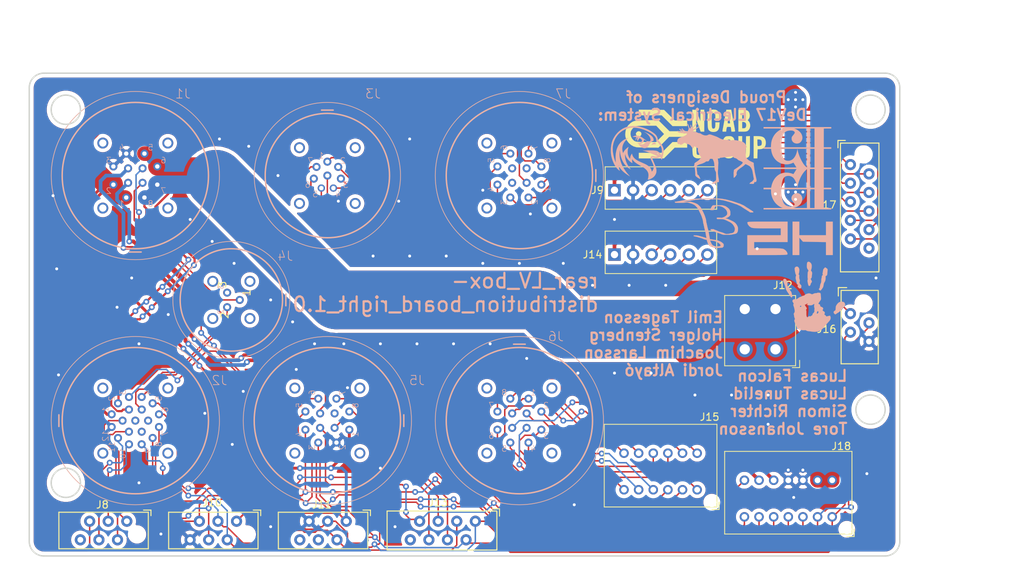
<source format=kicad_pcb>
(kicad_pcb (version 20171130) (host pcbnew "(5.1.4-0)")
  (layers (0 F.Cu signal) (31 B.Cu signal) (34 B.Paste user) (35 F.Paste user) (36 B.SilkS user) (37 F.SilkS user) (38 B.Mask user) (39 F.Mask user) (44 Edge.Cuts user))
  (net 0 "")
  (net 1 /control_systems_supply)
  (net 2 /control_systems_GND)
  (net 3 /cooling_supply)
  (net 4 /cooling_GND)
  (net 5 /inverter_supply)
  (net 6 /inverter_GND)
  (net 7 /SC_fuse_left)
  (net 8 /SC_GND)
  (net 9 /SC_TSMS_relays)
  (net 10 /SC_right_AMS)
  (net 11 /CAN1_H)
  (net 12 /CAN1_L)
  (net 13 /CAN2_H)
  (net 14 /CAN2_L)
  (net 15 /RST_out)
  (net 16 /relays_open+)
  (net 17 /relays_open-)
  (net 18 /TS_state_accumulator+)
  (net 19 /TS_state_accumulator-)
  (net 20 "Net-(J2-Pad16)")
  (net 21 /TSAL_green+)
  (net 22 /TSAL_green-)
  (net 23 /TSAL_red+)
  (net 24 /TSAL_red-)
  (net 25 /brake_light_LED+)
  (net 26 /brake_light_LED-)
  (net 27 /buzzer_signal+)
  (net 28 /buzzer_signal-)
  (net 29 "Net-(J4-Pad3)")
  (net 30 /sidepanel_button_supply)
  (net 31 /RST_sidepanel)
  (net 32 /TSA_sidepanel)
  (net 33 "Net-(J5-Pad12)")
  (net 34 /blue_right_LED+)
  (net 35 /blue_right_LED-)
  (net 36 /yellow_right_LED+)
  (net 37 /yellow_right_LED-)
  (net 38 /blue_left_LED+)
  (net 39 /blue_left_LED-)
  (net 40 /yellow_left_LED+)
  (net 41 /yellow_left_LED-)
  (net 42 /blue_rear_LED+)
  (net 43 /blue_rear_LED-)
  (net 44 /yellow_rear_LED+)
  (net 45 /yellow_rear_LED-)
  (net 46 /RR_temperature_sensor_supply)
  (net 47 /RR_temperature_sensor_GND)
  (net 48 /RR_I2C_data)
  (net 49 /RR_I2C_GND)
  (net 50 /RR_load_cell_supply)
  (net 51 /RR_load_cell_GND)
  (net 52 /RR_load_cell+)
  (net 53 /RR_load_cell-)
  (net 54 /RR_suspension_potentiometer)
  (net 55 /RR_extra_pin_1)
  (net 56 /RR_extra_pin_2)
  (net 57 /RR_extra_pin_3)
  (net 58 "Net-(J8-Pad6)")
  (net 59 /TS_off)
  (net 60 "Net-(J11-Pad6)")
  (net 61 /digital_input_1)
  (net 62 "Net-(J13-Pad8)")
  (net 63 "Net-(J17-Pad10)")
  (net 64 /SC_BOTS_TSMS)
  (net 65 "Net-(J2-Pad19)")
  (net 66 "Net-(J2-Pad17)")
  (module Logo:JoachimLogo (layer B.Cu) (at 195 88 180)
    (fp_text reference G*** hide)
    (fp_text value LOGO hide)
  )
  (module KTHFS:emil_tagesson (layer B.Cu) (at 180 76 180)
    (fp_text reference G*** hide)
    (fp_text value LOGO hide)
  )
  (module KTHFS:holger_stenbergs (layer B.Cu) (at 192 79 180)
    (fp_text reference G*** hide)
    (fp_text value LOGO hide)
  )
  (module KTHFS:jordi_altayo (layer B.Cu) (at 193 69 180)
    (fp_text reference G*** hide)
    (fp_text value LOGO hide)
  )
  (module KTHFS:simon_richter (layer B.Cu) (at 182 67 180)
    (fp_text reference G*** hide)
    (fp_text value LOGO hide)
  )
  (module KTHFS:lucas_falcon (layer B.Cu) (at 171 67 180)
    (fp_text reference G*** hide)
    (fp_text value LOGO hide)
  )
  (module KTHFS:NCAB (layer F.Cu) (at 179.1 64.3)
    (fp_text reference G*** hide)
    (fp_text value LOGO hide)
  )
  (module KTHFS:Wurth-MM_female_10 (layer F.Cu) (at 200.250001 68.5 90)
    (fp_text reference J17 (at -5.5 -3.250001 180) (layer F.SilkS))
    (fp_text value Conn_01x10_Female)
    (pad 1 thru_hole circle (at 0 0 90) (size 1.524 1.524) (drill 0.8) (layers *.Cu *.Mask) (net 46 /RR_temperature_sensor_supply))
    (pad 2 thru_hole circle (at -1.27 2.54 90) (size 1.524 1.524) (drill 0.8) (layers *.Cu *.Mask) (net 47 /RR_temperature_sensor_GND))
    (pad 3 thru_hole circle (at -2.54 0 90) (size 1.524 1.524) (drill 0.8) (layers *.Cu *.Mask) (net 48 /RR_I2C_data))
    (pad 4 thru_hole circle (at -3.81 2.54 90) (size 1.524 1.524) (drill 0.8) (layers *.Cu *.Mask) (net 49 /RR_I2C_GND))
    (pad 5 thru_hole circle (at -5.08 0 90) (size 1.524 1.524) (drill 0.8) (layers *.Cu *.Mask) (net 50 /RR_load_cell_supply))
    (pad 6 thru_hole circle (at -6.35 2.54 90) (size 1.524 1.524) (drill 0.8) (layers *.Cu *.Mask) (net 51 /RR_load_cell_GND))
    (pad "" np_thru_hole circle (at 1.4 1.8 90) (size 1.5 1.5) (drill 1.5) (layers *.Cu *.Mask))
    (pad 7 thru_hole circle (at -7.62 0 90) (size 1.524 1.524) (drill 0.762) (layers *.Cu *.Mask) (net 52 /RR_load_cell+))
    (pad 8 thru_hole circle (at -8.89 2.54 90) (size 1.524 1.524) (drill 0.762) (layers *.Cu *.Mask) (net 53 /RR_load_cell-))
    (pad 9 thru_hole circle (at -10.16 0 90) (size 1.524 1.524) (drill 0.762) (layers *.Cu *.Mask) (net 54 /RR_suspension_potentiometer))
    (pad 10 thru_hole circle (at -11.43 2.54 90) (size 1.524 1.524) (drill 0.762) (layers *.Cu *.Mask) (net 63 "Net-(J17-Pad10)"))
  )
  (module KTHFS:HEN.2F.312 (layer B.Cu) (at 155.000001 103.5 180)
    (fp_text reference J6 (at -4.999999 11.5) (layer B.SilkS) (effects (font (size 1.27 1.27) (thickness 0.1016)) (justify mirror)))
    (fp_text value Conn_01x12_Female hide)
    (fp_text user 1 (at -1.88214 3.84048) (layer B.SilkS) (effects (font (size 0.79756 0.79756) (thickness 0.0762)) (justify mirror)))
    (fp_text user 2 (at -3.64236 2.0828) (layer B.SilkS) (effects (font (size 0.79756 0.79756) (thickness 0.0762)) (justify mirror)))
    (fp_text user 3 (at -3.64236 -2.0828) (layer B.SilkS) (effects (font (size 0.79756 0.79756) (thickness 0.0762)) (justify mirror)))
    (fp_text user 4 (at -1.88214 -3.84048) (layer B.SilkS) (effects (font (size 0.79756 0.79756) (thickness 0.0762)) (justify mirror)))
    (fp_text user 5 (at 2.0828 -3.84048) (layer B.SilkS) (effects (font (size 0.79756 0.79756) (thickness 0.0762)) (justify mirror)))
    (fp_text user 6 (at 3.84048 -2.0828) (layer B.SilkS) (effects (font (size 0.79756 0.79756) (thickness 0.0762)) (justify mirror)))
    (fp_text user 7 (at 3.84048 2.0828) (layer B.SilkS) (effects (font (size 0.79756 0.79756) (thickness 0.0762)) (justify mirror)))
    (fp_text user 8 (at 2.0828 3.84048) (layer B.SilkS) (effects (font (size 0.79756 0.79756) (thickness 0.0762)) (justify mirror)))
    (pad 1 thru_hole circle (at -1.24206 3.00228 180) (size 1.09982 1.09982) (drill 0.59944) (layers *.Cu *.Paste *.Mask) (net 34 /blue_right_LED+))
    (pad 2 thru_hole circle (at -3.00228 1.24206 180) (size 1.09982 1.09982) (drill 0.59944) (layers *.Cu *.Paste *.Mask) (net 35 /blue_right_LED-))
    (pad 3 thru_hole circle (at -3.00228 -1.24206 180) (size 1.09982 1.09982) (drill 0.59944) (layers *.Cu *.Paste *.Mask) (net 36 /yellow_right_LED+))
    (pad 4 thru_hole circle (at -1.24206 -3.00228 180) (size 1.09982 1.09982) (drill 0.59944) (layers *.Cu *.Paste *.Mask) (net 37 /yellow_right_LED-))
    (pad 5 thru_hole circle (at 1.24206 -3.00228 180) (size 1.09982 1.09982) (drill 0.59944) (layers *.Cu *.Paste *.Mask) (net 38 /blue_left_LED+))
    (pad 6 thru_hole circle (at 3.00228 -1.24206 180) (size 1.09982 1.09982) (drill 0.59944) (layers *.Cu *.Paste *.Mask) (net 39 /blue_left_LED-))
    (pad 7 thru_hole circle (at 3.00228 1.24206 180) (size 1.09982 1.09982) (drill 0.59944) (layers *.Cu *.Paste *.Mask) (net 40 /yellow_left_LED+))
    (pad 8 thru_hole circle (at 1.24206 3.00228 180) (size 1.09982 1.09982) (drill 0.59944) (layers *.Cu *.Paste *.Mask) (net 41 /yellow_left_LED-))
    (pad 9 thru_hole circle (at -0.98806 0.98806 180) (size 1.09982 1.09982) (drill 0.59944) (layers *.Cu *.Paste *.Mask) (net 42 /blue_rear_LED+))
    (pad 10 thru_hole circle (at -0.98806 -0.98806 180) (size 1.09982 1.09982) (drill 0.59944) (layers *.Cu *.Paste *.Mask) (net 43 /blue_rear_LED-))
    (pad 11 thru_hole circle (at 0.98806 -0.98806 180) (size 1.09982 1.09982) (drill 0.59944) (layers *.Cu *.Paste *.Mask) (net 44 /yellow_rear_LED+))
    (pad 12 thru_hole circle (at 0.98806 0.98806 180) (size 1.09982 1.09982) (drill 0.59944) (layers *.Cu *.Paste *.Mask) (net 45 /yellow_rear_LED-))
    (pad 14 thru_hole circle (at -4.445 -4.445 180) (size 1.4986 1.4986) (drill 0.99822) (layers *.Cu *.Paste *.Mask))
    (pad 15 thru_hole circle (at 4.445 -4.445 180) (size 1.4986 1.4986) (drill 0.99822) (layers *.Cu *.Paste *.Mask))
    (pad 16 thru_hole circle (at 4.445 4.445 180) (size 1.4986 1.4986) (drill 0.99822) (layers *.Cu *.Paste *.Mask))
    (pad 17 thru_hole circle (at -4.445 4.445 180) (size 1.4986 1.4986) (drill 0.99822) (layers *.Cu *.Paste *.Mask))
  )
  (module KTHFS:HEN.2F.312 (layer B.Cu) (at 155.000001 70 90)
    (fp_text reference J7 (at 11.175 5.999999 180) (layer B.SilkS) (effects (font (size 1.27 1.27) (thickness 0.1016)) (justify mirror)))
    (fp_text value Conn_01x12_Female hide)
    (fp_text user 1 (at -1.88214 3.84048 90) (layer B.SilkS) (effects (font (size 0.79756 0.79756) (thickness 0.0762)) (justify mirror)))
    (fp_text user 2 (at -3.64236 2.0828 90) (layer B.SilkS) (effects (font (size 0.79756 0.79756) (thickness 0.0762)) (justify mirror)))
    (fp_text user 3 (at -3.64236 -2.0828 90) (layer B.SilkS) (effects (font (size 0.79756 0.79756) (thickness 0.0762)) (justify mirror)))
    (fp_text user 4 (at -1.88214 -3.84048 90) (layer B.SilkS) (effects (font (size 0.79756 0.79756) (thickness 0.0762)) (justify mirror)))
    (fp_text user 5 (at 2.0828 -3.84048 90) (layer B.SilkS) (effects (font (size 0.79756 0.79756) (thickness 0.0762)) (justify mirror)))
    (fp_text user 6 (at 3.84048 -2.0828 90) (layer B.SilkS) (effects (font (size 0.79756 0.79756) (thickness 0.0762)) (justify mirror)))
    (fp_text user 7 (at 3.84048 2.0828 90) (layer B.SilkS) (effects (font (size 0.79756 0.79756) (thickness 0.0762)) (justify mirror)))
    (fp_text user 8 (at 2.0828 3.84048 90) (layer B.SilkS) (effects (font (size 0.79756 0.79756) (thickness 0.0762)) (justify mirror)))
    (pad 1 thru_hole circle (at -1.24206 3.00228 90) (size 1.09982 1.09982) (drill 0.59944) (layers *.Cu *.Paste *.Mask) (net 46 /RR_temperature_sensor_supply))
    (pad 2 thru_hole circle (at -3.00228 1.24206 90) (size 1.09982 1.09982) (drill 0.59944) (layers *.Cu *.Paste *.Mask) (net 47 /RR_temperature_sensor_GND))
    (pad 3 thru_hole circle (at -3.00228 -1.24206 90) (size 1.09982 1.09982) (drill 0.59944) (layers *.Cu *.Paste *.Mask) (net 48 /RR_I2C_data))
    (pad 4 thru_hole circle (at -1.24206 -3.00228 90) (size 1.09982 1.09982) (drill 0.59944) (layers *.Cu *.Paste *.Mask) (net 49 /RR_I2C_GND))
    (pad 5 thru_hole circle (at 1.24206 -3.00228 90) (size 1.09982 1.09982) (drill 0.59944) (layers *.Cu *.Paste *.Mask) (net 50 /RR_load_cell_supply))
    (pad 6 thru_hole circle (at 3.00228 -1.24206 90) (size 1.09982 1.09982) (drill 0.59944) (layers *.Cu *.Paste *.Mask) (net 51 /RR_load_cell_GND))
    (pad 7 thru_hole circle (at 3.00228 1.24206 90) (size 1.09982 1.09982) (drill 0.59944) (layers *.Cu *.Paste *.Mask) (net 52 /RR_load_cell+))
    (pad 8 thru_hole circle (at 1.24206 3.00228 90) (size 1.09982 1.09982) (drill 0.59944) (layers *.Cu *.Paste *.Mask) (net 53 /RR_load_cell-))
    (pad 9 thru_hole circle (at -0.98806 0.98806 90) (size 1.09982 1.09982) (drill 0.59944) (layers *.Cu *.Paste *.Mask) (net 54 /RR_suspension_potentiometer))
    (pad 10 thru_hole circle (at -0.98806 -0.98806 90) (size 1.09982 1.09982) (drill 0.59944) (layers *.Cu *.Paste *.Mask) (net 55 /RR_extra_pin_1))
    (pad 11 thru_hole circle (at 0.98806 -0.98806 90) (size 1.09982 1.09982) (drill 0.59944) (layers *.Cu *.Paste *.Mask) (net 56 /RR_extra_pin_2))
    (pad 12 thru_hole circle (at 0.98806 0.98806 90) (size 1.09982 1.09982) (drill 0.59944) (layers *.Cu *.Paste *.Mask) (net 57 /RR_extra_pin_3))
    (pad 14 thru_hole circle (at -4.445 -4.445 90) (size 1.4986 1.4986) (drill 0.99822) (layers *.Cu *.Paste *.Mask))
    (pad 15 thru_hole circle (at 4.445 -4.445 90) (size 1.4986 1.4986) (drill 0.99822) (layers *.Cu *.Paste *.Mask))
    (pad 16 thru_hole circle (at 4.445 4.445 90) (size 1.4986 1.4986) (drill 0.99822) (layers *.Cu *.Paste *.Mask))
    (pad 17 thru_hole circle (at -4.445 4.445 90) (size 1.4986 1.4986) (drill 0.99822) (layers *.Cu *.Paste *.Mask))
  )
  (module KTHFS:Wurth-MPC4_male_vert_2x2 (layer F.Cu) (at 185.810003 88.250001)
    (fp_text reference J12 (at 5.189997 -3.250001) (layer F.SilkS))
    (fp_text value Conn_01x04_Male)
    (pad 1 thru_hole circle (at 4.2 5.5) (size 2.2 2.2) (drill 1.4) (layers *.Cu *.Mask) (net 3 /cooling_supply))
    (pad 2 thru_hole circle (at 0 5.5) (size 2.2 2.2) (drill 1.4) (layers *.Cu *.Mask) (net 3 /cooling_supply))
    (pad 3 thru_hole circle (at 4.2 0) (size 2.2 2.2) (drill 1.4) (layers *.Cu *.Mask) (net 4 /cooling_GND))
    (pad 4 thru_hole circle (at 0 0) (size 2.2 2.2) (drill 1.4) (layers *.Cu *.Mask) (net 4 /cooling_GND))
  )
  (module KTHFS:Wurth-WTB-2.0_male_vert_7x2 (layer F.Cu) (at 199.760003 118.351001 180)
    (fp_text reference J18 (at 0.760003 11.351001) (layer F.SilkS))
    (fp_text value Conn_01x14_Male)
    (pad 14 thru_hole circle (at 14 6.7 180) (size 1.3 1.3) (drill 0.8) (layers *.Cu *.Mask) (net 8 /SC_GND))
    (pad 13 thru_hole circle (at 14 1.7 180) (size 1.3 1.3) (drill 0.8) (layers *.Cu *.Mask) (net 9 /SC_TSMS_relays))
    (pad 1 thru_hole circle (at 2 1.7 180) (size 1.3 1.3) (drill 0.8) (layers *.Cu *.Mask) (net 12 /CAN1_L))
    (pad 3 thru_hole circle (at 4 1.7 180) (size 1.3 1.3) (drill 0.8) (layers *.Cu *.Mask) (net 11 /CAN1_H))
    (pad 2 thru_hole circle (at 2 6.7 180) (size 1.3 1.3) (drill 0.8) (layers *.Cu *.Mask) (net 1 /control_systems_supply))
    (pad 8 thru_hole circle (at 8 6.7 180) (size 1.3 1.3) (drill 0.8) (layers *.Cu *.Mask) (net 2 /control_systems_GND))
    (pad "" np_thru_hole circle (at 0 0 180) (size 1.3 1.3) (drill 1.3) (layers *.Cu *.Mask))
    (pad 7 thru_hole circle (at 8 1.7 180) (size 1.3 1.3) (drill 0.8) (layers *.Cu *.Mask) (net 14 /CAN2_L))
    (pad 10 thru_hole circle (at 10 6.7 180) (size 1.3 1.3) (drill 0.8) (layers *.Cu *.Mask) (net 5 /inverter_supply))
    (pad 12 thru_hole circle (at 12 6.7 180) (size 1.3 1.3) (drill 0.8) (layers *.Cu *.Mask) (net 6 /inverter_GND))
    (pad 6 thru_hole circle (at 6 6.7 180) (size 1.3 1.3) (drill 0.8) (layers *.Cu *.Mask) (net 2 /control_systems_GND))
    (pad 4 thru_hole circle (at 4 6.7 180) (size 1.3 1.3) (drill 0.8) (layers *.Cu *.Mask) (net 1 /control_systems_supply))
    (pad 5 thru_hole circle (at 6 1.7 180) (size 1.3 1.3) (drill 0.8) (layers *.Cu *.Mask) (net 13 /CAN2_H))
    (pad 9 thru_hole circle (at 10 1.7 180) (size 1.3 1.3) (drill 0.8) (layers *.Cu *.Mask) (net 64 /SC_BOTS_TSMS))
    (pad 11 thru_hole circle (at 12 1.7 180) (size 1.3 1.3) (drill 0.8) (layers *.Cu *.Mask) (net 15 /RST_out))
  )
  (module KTHFS:Wurth-WTB_2.54_male_vert_6 (layer F.Cu) (at 168 72 90)
    (fp_text reference J9 (at 0 -2.33 180) (layer F.SilkS))
    (fp_text value Conn_01x06_Male)
    (pad 6 thru_hole circle (at 0 12.7 90) (size 1.7 1.7) (drill 1) (layers *.Cu *.Mask) (net 24 /TSAL_red-))
    (pad 5 thru_hole circle (at 0 10.16 90) (size 1.7 1.7) (drill 1) (layers *.Cu *.Mask) (net 23 /TSAL_red+))
    (pad 4 thru_hole oval (at 0 7.62 90) (size 1.7 1.7) (drill 1) (layers *.Cu *.Mask) (net 22 /TSAL_green-))
    (pad 3 thru_hole oval (at 0 5.08 90) (size 1.7 1.7) (drill 1) (layers *.Cu *.Mask) (net 21 /TSAL_green+))
    (pad 2 thru_hole oval (at 0 2.54 90) (size 1.7 1.7) (drill 1) (layers *.Cu *.Mask) (net 2 /control_systems_GND))
    (pad 1 thru_hole rect (at 0 0 90) (size 1.7 1.7) (drill 1) (layers *.Cu *.Mask) (net 1 /control_systems_supply))
  )
  (module KTHFS:Wurth-MM_female_4 (layer F.Cu) (at 200.250001 88.87 90)
    (fp_text reference J16 (at -2.13 -3.250001 180) (layer F.SilkS))
    (fp_text value Conn_01x04_Female)
    (pad 1 thru_hole circle (at 0 0 90) (size 1.524 1.524) (drill 0.8) (layers *.Cu *.Mask) (net 1 /control_systems_supply))
    (pad 2 thru_hole circle (at -1.27 2.54 90) (size 1.524 1.524) (drill 0.8) (layers *.Cu *.Mask) (net 11 /CAN1_H))
    (pad 3 thru_hole circle (at -2.54 0 90) (size 1.524 1.524) (drill 0.8) (layers *.Cu *.Mask) (net 12 /CAN1_L))
    (pad 4 thru_hole circle (at -3.81 2.54 90) (size 1.524 1.524) (drill 0.8) (layers *.Cu *.Mask) (net 2 /control_systems_GND))
    (pad "" np_thru_hole circle (at 1.4 1.8 90) (size 1.5 1.5) (drill 1.5) (layers *.Cu *.Mask))
  )
  (module KTHFS:Wurth-WTB-2.0_male_vert_6x2 (layer F.Cu) (at 181.300003 114.650001 180)
    (fp_text reference J15 (at 0.300003 11.650001) (layer F.SilkS))
    (fp_text value Conn_01x12_Male)
    (pad 8 thru_hole circle (at 8 6.7 180) (size 1.3 1.3) (drill 0.8) (layers *.Cu *.Mask) (net 37 /yellow_right_LED-))
    (pad 2 thru_hole circle (at 2 6.7 180) (size 1.3 1.3) (drill 0.8) (layers *.Cu *.Mask) (net 44 /yellow_rear_LED+))
    (pad 4 thru_hole circle (at 4 6.7 180) (size 1.3 1.3) (drill 0.8) (layers *.Cu *.Mask) (net 45 /yellow_rear_LED-))
    (pad 6 thru_hole circle (at 6 6.7 180) (size 1.3 1.3) (drill 0.8) (layers *.Cu *.Mask) (net 36 /yellow_right_LED+))
    (pad 12 thru_hole circle (at 12 6.7 180) (size 1.3 1.3) (drill 0.8) (layers *.Cu *.Mask) (net 41 /yellow_left_LED-))
    (pad 10 thru_hole circle (at 10 6.7 180) (size 1.3 1.3) (drill 0.8) (layers *.Cu *.Mask) (net 40 /yellow_left_LED+))
    (pad 7 thru_hole circle (at 8 1.7 180) (size 1.3 1.3) (drill 0.8) (layers *.Cu *.Mask) (net 35 /blue_right_LED-))
    (pad 11 thru_hole circle (at 12 1.7 180) (size 1.3 1.3) (drill 0.8) (layers *.Cu *.Mask) (net 43 /blue_rear_LED-))
    (pad 9 thru_hole circle (at 10 1.7 180) (size 1.3 1.3) (drill 0.8) (layers *.Cu *.Mask) (net 42 /blue_rear_LED+))
    (pad 5 thru_hole circle (at 6 1.7 180) (size 1.3 1.3) (drill 0.8) (layers *.Cu *.Mask) (net 34 /blue_right_LED+))
    (pad 3 thru_hole circle (at 4 1.7 180) (size 1.3 1.3) (drill 0.8) (layers *.Cu *.Mask) (net 39 /blue_left_LED-))
    (pad 1 thru_hole circle (at 2 1.7 180) (size 1.3 1.3) (drill 0.8) (layers *.Cu *.Mask) (net 38 /blue_left_LED+))
    (pad "" np_thru_hole circle (at 0 0 180) (size 1.3 1.3) (drill 1.3) (layers *.Cu *.Mask))
  )
  (module KTHFS:Wurth-WTB_2.54_male_vert_6 (layer F.Cu) (at 168 80.800001 90)
    (fp_text reference J14 (at 0 -3 180) (layer F.SilkS))
    (fp_text value Conn_01x06_Male)
    (pad 1 thru_hole rect (at 0 0 90) (size 1.7 1.7) (drill 1) (layers *.Cu *.Mask) (net 1 /control_systems_supply))
    (pad 2 thru_hole oval (at 0 2.54 90) (size 1.7 1.7) (drill 1) (layers *.Cu *.Mask) (net 2 /control_systems_GND))
    (pad 3 thru_hole oval (at 0 5.08 90) (size 1.7 1.7) (drill 1) (layers *.Cu *.Mask) (net 27 /buzzer_signal+))
    (pad 4 thru_hole oval (at 0 7.62 90) (size 1.7 1.7) (drill 1) (layers *.Cu *.Mask) (net 28 /buzzer_signal-))
    (pad 5 thru_hole circle (at 0 10.16 90) (size 1.7 1.7) (drill 1) (layers *.Cu *.Mask) (net 25 /brake_light_LED+))
    (pad 6 thru_hole circle (at 0 12.7 90) (size 1.7 1.7) (drill 1) (layers *.Cu *.Mask) (net 26 /brake_light_LED-))
  )
  (module KTHFS:Wurth-MM_female_8 (layer F.Cu) (at 148.980003 117.251001)
    (fp_text reference J13 (at -5.08 -2.54) (layer F.SilkS))
    (fp_text value Conn_01x08_Female)
    (pad 8 thru_hole circle (at -8.89 2.54) (size 1.524 1.524) (drill 0.762) (layers *.Cu *.Mask) (net 62 "Net-(J13-Pad8)"))
    (pad 7 thru_hole circle (at -7.62 0) (size 1.524 1.524) (drill 0.762) (layers *.Cu *.Mask) (net 15 /RST_out))
    (pad "" np_thru_hole circle (at 1.4 1.8) (size 1.5 1.5) (drill 1.5) (layers *.Cu *.Mask))
    (pad 6 thru_hole circle (at -6.35 2.54) (size 1.524 1.524) (drill 0.8) (layers *.Cu *.Mask) (net 32 /TSA_sidepanel))
    (pad 5 thru_hole circle (at -5.08 0) (size 1.524 1.524) (drill 0.8) (layers *.Cu *.Mask) (net 31 /RST_sidepanel))
    (pad 4 thru_hole circle (at -3.81 2.54) (size 1.524 1.524) (drill 0.8) (layers *.Cu *.Mask) (net 30 /sidepanel_button_supply))
    (pad 3 thru_hole circle (at -2.54 0) (size 1.524 1.524) (drill 0.8) (layers *.Cu *.Mask) (net 59 /TS_off))
    (pad 2 thru_hole circle (at -1.27 2.54) (size 1.524 1.524) (drill 0.8) (layers *.Cu *.Mask) (net 12 /CAN1_L))
    (pad 1 thru_hole circle (at 0 0) (size 1.524 1.524) (drill 0.8) (layers *.Cu *.Mask) (net 11 /CAN1_H))
  )
  (module KTHFS:Wurth-MM_female_6 (layer F.Cu) (at 131.335003 117.252001)
    (fp_text reference J11 (at -3.335003 -2.252001) (layer F.SilkS))
    (fp_text value Conn_01x06_Female)
    (pad "" np_thru_hole circle (at 1.4 1.8) (size 1.5 1.5) (drill 1.5) (layers *.Cu *.Mask))
    (pad 6 thru_hole circle (at -6.35 2.54) (size 1.524 1.524) (drill 0.8) (layers *.Cu *.Mask) (net 60 "Net-(J11-Pad6)"))
    (pad 5 thru_hole circle (at -5.08 0) (size 1.524 1.524) (drill 0.8) (layers *.Cu *.Mask) (net 2 /control_systems_GND))
    (pad 4 thru_hole circle (at -3.81 2.54) (size 1.524 1.524) (drill 0.8) (layers *.Cu *.Mask) (net 61 /digital_input_1))
    (pad 3 thru_hole circle (at -2.54 0) (size 1.524 1.524) (drill 0.8) (layers *.Cu *.Mask) (net 12 /CAN1_L))
    (pad 2 thru_hole circle (at -1.27 2.54) (size 1.524 1.524) (drill 0.8) (layers *.Cu *.Mask) (net 11 /CAN1_H))
    (pad 1 thru_hole circle (at 0 0) (size 1.524 1.524) (drill 0.8) (layers *.Cu *.Mask) (net 1 /control_systems_supply))
  )
  (module KTHFS:Wurth-MM_female_6 (layer F.Cu) (at 116.335003 117.252001)
    (fp_text reference J10 (at -3.335003 -2.54) (layer F.SilkS))
    (fp_text value Conn_01x06_Female)
    (pad "" np_thru_hole circle (at 1.4 1.8) (size 1.5 1.5) (drill 1.5) (layers *.Cu *.Mask))
    (pad 6 thru_hole circle (at -6.35 2.54) (size 1.524 1.524) (drill 0.8) (layers *.Cu *.Mask) (net 2 /control_systems_GND))
    (pad 5 thru_hole circle (at -5.08 0) (size 1.524 1.524) (drill 0.8) (layers *.Cu *.Mask) (net 14 /CAN2_L))
    (pad 4 thru_hole circle (at -3.81 2.54) (size 1.524 1.524) (drill 0.8) (layers *.Cu *.Mask) (net 13 /CAN2_H))
    (pad 3 thru_hole circle (at -2.54 0) (size 1.524 1.524) (drill 0.8) (layers *.Cu *.Mask) (net 12 /CAN1_L))
    (pad 2 thru_hole circle (at -1.27 2.54) (size 1.524 1.524) (drill 0.8) (layers *.Cu *.Mask) (net 11 /CAN1_H))
    (pad 1 thru_hole circle (at 0 0) (size 1.524 1.524) (drill 0.8) (layers *.Cu *.Mask) (net 1 /control_systems_supply))
  )
  (module KTHFS:Wurth-MM_female_6 (layer F.Cu) (at 101.335003 117.252001)
    (fp_text reference J8 (at -3.335003 -2.252001) (layer F.SilkS))
    (fp_text value Conn_01x06_Female)
    (pad 1 thru_hole circle (at 0 0) (size 1.524 1.524) (drill 0.8) (layers *.Cu *.Mask) (net 18 /TS_state_accumulator+))
    (pad 2 thru_hole circle (at -1.27 2.54) (size 1.524 1.524) (drill 0.8) (layers *.Cu *.Mask) (net 19 /TS_state_accumulator-))
    (pad 3 thru_hole circle (at -2.54 0) (size 1.524 1.524) (drill 0.8) (layers *.Cu *.Mask) (net 16 /relays_open+))
    (pad 4 thru_hole circle (at -3.81 2.54) (size 1.524 1.524) (drill 0.8) (layers *.Cu *.Mask) (net 17 /relays_open-))
    (pad 5 thru_hole circle (at -5.08 0) (size 1.524 1.524) (drill 0.8) (layers *.Cu *.Mask) (net 59 /TS_off))
    (pad 6 thru_hole circle (at -6.35 2.54) (size 1.524 1.524) (drill 0.8) (layers *.Cu *.Mask) (net 58 "Net-(J8-Pad6)"))
    (pad "" np_thru_hole circle (at 1.4 1.8) (size 1.5 1.5) (drill 1.5) (layers *.Cu *.Mask))
  )
  (module KTHFS:HEN.2F.312 (layer B.Cu) (at 128.750001 103.5 90)
    (fp_text reference J5 (at 5.5 12.249999 180) (layer B.SilkS) (effects (font (size 1.27 1.27) (thickness 0.1016)) (justify mirror)))
    (fp_text value Conn_01x12_Male hide)
    (fp_text user 1 (at -1.88214 3.84048 90) (layer B.SilkS) (effects (font (size 0.79756 0.79756) (thickness 0.0762)) (justify mirror)))
    (fp_text user 2 (at -3.64236 2.0828 90) (layer B.SilkS) (effects (font (size 0.79756 0.79756) (thickness 0.0762)) (justify mirror)))
    (fp_text user 3 (at -3.64236 -2.0828 90) (layer B.SilkS) (effects (font (size 0.79756 0.79756) (thickness 0.0762)) (justify mirror)))
    (fp_text user 4 (at -1.88214 -3.84048 90) (layer B.SilkS) (effects (font (size 0.79756 0.79756) (thickness 0.0762)) (justify mirror)))
    (fp_text user 5 (at 2.0828 -3.84048 90) (layer B.SilkS) (effects (font (size 0.79756 0.79756) (thickness 0.0762)) (justify mirror)))
    (fp_text user 6 (at 3.84048 -2.0828 90) (layer B.SilkS) (effects (font (size 0.79756 0.79756) (thickness 0.0762)) (justify mirror)))
    (fp_text user 7 (at 3.84048 2.0828 90) (layer B.SilkS) (effects (font (size 0.79756 0.79756) (thickness 0.0762)) (justify mirror)))
    (fp_text user 8 (at 2.0828 3.84048 90) (layer B.SilkS) (effects (font (size 0.79756 0.79756) (thickness 0.0762)) (justify mirror)))
    (pad 1 thru_hole circle (at -1.24206 3.00228 90) (size 1.09982 1.09982) (drill 0.59944) (layers *.Cu *.Paste *.Mask) (net 1 /control_systems_supply))
    (pad 2 thru_hole circle (at -3.00228 1.24206 90) (size 1.09982 1.09982) (drill 0.59944) (layers *.Cu *.Paste *.Mask) (net 2 /control_systems_GND))
    (pad 3 thru_hole circle (at -3.00228 -1.24206 90) (size 1.09982 1.09982) (drill 0.59944) (layers *.Cu *.Paste *.Mask) (net 11 /CAN1_H))
    (pad 4 thru_hole circle (at -1.24206 -3.00228 90) (size 1.09982 1.09982) (drill 0.59944) (layers *.Cu *.Paste *.Mask) (net 12 /CAN1_L))
    (pad 5 thru_hole circle (at 1.24206 -3.00228 90) (size 1.09982 1.09982) (drill 0.59944) (layers *.Cu *.Paste *.Mask) (net 13 /CAN2_H))
    (pad 6 thru_hole circle (at 3.00228 -1.24206 90) (size 1.09982 1.09982) (drill 0.59944) (layers *.Cu *.Paste *.Mask) (net 14 /CAN2_L))
    (pad 7 thru_hole circle (at 3.00228 1.24206 90) (size 1.09982 1.09982) (drill 0.59944) (layers *.Cu *.Paste *.Mask) (net 30 /sidepanel_button_supply))
    (pad 8 thru_hole circle (at 1.24206 3.00228 90) (size 1.09982 1.09982) (drill 0.59944) (layers *.Cu *.Paste *.Mask) (net 31 /RST_sidepanel))
    (pad 9 thru_hole circle (at -0.98806 0.98806 90) (size 1.09982 1.09982) (drill 0.59944) (layers *.Cu *.Paste *.Mask) (net 32 /TSA_sidepanel))
    (pad 10 thru_hole circle (at -0.98806 -0.98806 90) (size 1.09982 1.09982) (drill 0.59944) (layers *.Cu *.Paste *.Mask) (net 64 /SC_BOTS_TSMS))
    (pad 11 thru_hole circle (at 0.98806 -0.98806 90) (size 1.09982 1.09982) (drill 0.59944) (layers *.Cu *.Paste *.Mask) (net 9 /SC_TSMS_relays))
    (pad 12 thru_hole circle (at 0.98806 0.98806 90) (size 1.09982 1.09982) (drill 0.59944) (layers *.Cu *.Paste *.Mask) (net 33 "Net-(J5-Pad12)"))
    (pad 14 thru_hole circle (at -4.445 -4.445 90) (size 1.4986 1.4986) (drill 0.99822) (layers *.Cu *.Paste *.Mask))
    (pad 15 thru_hole circle (at 4.445 -4.445 90) (size 1.4986 1.4986) (drill 0.99822) (layers *.Cu *.Paste *.Mask))
    (pad 16 thru_hole circle (at 4.445 4.445 90) (size 1.4986 1.4986) (drill 0.99822) (layers *.Cu *.Paste *.Mask))
    (pad 17 thru_hole circle (at -4.445 4.445 90) (size 1.4986 1.4986) (drill 0.99822) (layers *.Cu *.Paste *.Mask))
  )
  (module KTHFS:HEN.0F.303 (layer B.Cu) (at 115.625001 87 90)
    (fp_text reference J4 (at 6 7.374999) (layer B.SilkS) (effects (font (size 1.27 1.27) (thickness 0.1016)) (justify mirror)))
    (fp_text value Conn_01x03_Female hide)
    (fp_text user 3 (at 1.83388 -1.41478 90) (layer B.SilkS) (effects (font (size 0.79756 0.79756) (thickness 0.0762)) (justify mirror)))
    (fp_text user 2 (at -1.63576 -1.41478 90) (layer B.SilkS) (effects (font (size 0.79756 0.79756) (thickness 0.0762)) (justify mirror)))
    (fp_text user 1 (at 0.8382 1.98882 90) (layer B.SilkS) (effects (font (size 0.79756 0.79756) (thickness 0.0762)) (justify mirror)))
    (fp_text user 1 (at 1 2.1 90) (layer F.SilkS))
    (fp_text user 2 (at -2.1 -0.9 90) (layer F.SilkS))
    (fp_text user 3 (at 2.1 -1.2 90) (layer F.SilkS))
    (pad 8 thru_hole circle (at -2.54 2.54 90) (size 1.4986 1.4986) (drill 0.99822) (layers *.Cu *.Paste *.Mask))
    (pad 7 thru_hole circle (at 2.54 2.54 90) (size 1.4986 1.4986) (drill 0.99822) (layers *.Cu *.Paste *.Mask))
    (pad 6 thru_hole circle (at 2.54 -2.54 90) (size 1.4986 1.4986) (drill 0.99822) (layers *.Cu *.Paste *.Mask))
    (pad 5 thru_hole circle (at -2.54 -2.54 90) (size 1.4986 1.4986) (drill 0.99822) (layers *.Cu *.Paste *.Mask))
    (pad 3 thru_hole circle (at 0.99568 -0.57404 90) (size 1.09982 1.09982) (drill 0.59944) (layers *.Cu *.Paste *.Mask) (net 29 "Net-(J4-Pad3)"))
    (pad 2 thru_hole circle (at -0.99568 -0.57404 90) (size 1.09982 1.09982) (drill 0.59944) (layers *.Cu *.Paste *.Mask) (net 10 /SC_right_AMS))
    (pad 1 thru_hole circle (at 0 1.14808 90) (size 1.09982 1.09982) (drill 0.59944) (layers *.Cu *.Paste *.Mask) (net 7 /SC_fuse_left))
  )
  (module KTHFS:HEN.1F.308 (layer B.Cu) (at 128.750001 70 180)
    (fp_text reference J3 (at -6.249999 11.175) (layer B.SilkS) (effects (font (size 1.27 1.27) (thickness 0.1016)) (justify mirror)))
    (fp_text value Conn_01x08_Female hide)
    (fp_text user 1 (at 0.8382 2.73812) (layer B.SilkS) (effects (font (size 0.79756 0.79756) (thickness 0.0762)) (justify mirror)))
    (fp_text user 2 (at -2.12344 2.02438) (layer B.SilkS) (effects (font (size 0.79756 0.79756) (thickness 0.0762)) (justify mirror)))
    (fp_text user 3 (at -2.49174 -1.26238) (layer B.SilkS) (effects (font (size 0.79756 0.79756) (thickness 0.0762)) (justify mirror)))
    (fp_text user 4 (at -1.46304 -2.55016) (layer B.SilkS) (effects (font (size 0.79756 0.79756) (thickness 0.0762)) (justify mirror)))
    (fp_text user 5 (at 1.6637 -2.55016) (layer B.SilkS) (effects (font (size 0.79756 0.79756) (thickness 0.0762)) (justify mirror)))
    (fp_text user 6 (at 2.68986 -1.26238) (layer B.SilkS) (effects (font (size 0.79756 0.79756) (thickness 0.0762)) (justify mirror)))
    (fp_text user 7 (at 2.3241 2.02438) (layer B.SilkS) (effects (font (size 0.79756 0.79756) (thickness 0.0762)) (justify mirror)))
    (pad 1 thru_hole circle (at 0 1.89992 180) (size 1.09982 1.09982) (drill 0.59944) (layers *.Cu *.Paste *.Mask) (net 21 /TSAL_green+))
    (pad 2 thru_hole circle (at -1.48336 1.18364 180) (size 1.09982 1.09982) (drill 0.59944) (layers *.Cu *.Paste *.Mask) (net 22 /TSAL_green-))
    (pad 3 thru_hole circle (at -1.85166 -0.42164 180) (size 1.09982 1.09982) (drill 0.59944) (layers *.Cu *.Paste *.Mask) (net 23 /TSAL_red+))
    (pad 4 thru_hole circle (at -0.82296 -1.71196 180) (size 0.99982 0.99982) (drill 0.59944) (layers *.Cu *.Paste *.Mask) (net 24 /TSAL_red-))
    (pad 5 thru_hole circle (at 0.82296 -1.71196 180) (size 0.99982 0.99982) (drill 0.59944) (layers *.Cu *.Paste *.Mask) (net 25 /brake_light_LED+))
    (pad 6 thru_hole circle (at 1.85166 -0.42164 180) (size 1.09982 1.09982) (drill 0.59944) (layers *.Cu *.Paste *.Mask) (net 26 /brake_light_LED-))
    (pad 7 thru_hole circle (at 1.48336 1.18364 180) (size 1.09982 1.09982) (drill 0.59944) (layers *.Cu *.Paste *.Mask) (net 27 /buzzer_signal+))
    (pad 8 thru_hole circle (at 0 0 180) (size 1.09982 1.09982) (drill 0.59944) (layers *.Cu *.Paste *.Mask) (net 28 /buzzer_signal-))
    (pad 10 thru_hole circle (at -3.81 -3.81 180) (size 1.4986 1.4986) (drill 0.99822) (layers *.Cu *.Paste *.Mask))
    (pad 11 thru_hole circle (at 3.81 -3.81 180) (size 1.4986 1.4986) (drill 0.99822) (layers *.Cu *.Paste *.Mask))
    (pad 12 thru_hole circle (at 3.81 3.81 180) (size 1.4986 1.4986) (drill 0.99822) (layers *.Cu *.Paste *.Mask))
    (pad 13 thru_hole circle (at -3.81 3.81 180) (size 1.4986 1.4986) (drill 0.99822) (layers *.Cu *.Paste *.Mask))
  )
  (module KTHFS:HEN.2F.319 (layer B.Cu) (at 102.500001 103.5 270)
    (fp_text reference J2 (at -5.5 -11.499999 180) (layer B.SilkS) (effects (font (size 1.27 1.27) (thickness 0.1016)) (justify mirror)))
    (fp_text value Conn_01x19_Female hide)
    (fp_text user 1 (at -1.50622 4.07416 90) (layer B.SilkS) (effects (font (size 0.79756 0.79756) (thickness 0.0762)) (justify mirror)))
    (fp_text user 2 (at -3.00736 3.20802 90) (layer B.SilkS) (effects (font (size 0.79756 0.79756) (thickness 0.0762)) (justify mirror)))
    (fp_text user 3 (at -3.8735 1.70688 90) (layer B.SilkS) (effects (font (size 0.79756 0.79756) (thickness 0.0762)) (justify mirror)))
    (fp_text user 4 (at -3.8735 -1.70688 90) (layer B.SilkS) (effects (font (size 0.79756 0.79756) (thickness 0.0762)) (justify mirror)))
    (fp_text user 5 (at -3.00736 -3.20802 90) (layer B.SilkS) (effects (font (size 0.79756 0.79756) (thickness 0.0762)) (justify mirror)))
    (fp_text user 6 (at -1.50622 -4.07416 90) (layer B.SilkS) (effects (font (size 0.79756 0.79756) (thickness 0.0762)) (justify mirror)))
    (fp_text user 7 (at 1.70688 -4.07416 90) (layer B.SilkS) (effects (font (size 0.79756 0.79756) (thickness 0.0762)) (justify mirror)))
    (fp_text user 8 (at 3.20802 -3.20802 90) (layer B.SilkS) (effects (font (size 0.79756 0.79756) (thickness 0.0762)) (justify mirror)))
    (fp_text user 9 (at 4.07416 -1.70688 90) (layer B.SilkS) (effects (font (size 0.79756 0.79756) (thickness 0.0762)) (justify mirror)))
    (fp_text user 10 (at 4.47548 1.70688 90) (layer B.SilkS) (effects (font (size 0.79756 0.79756) (thickness 0.0762)) (justify mirror)))
    (fp_text user 11 (at 3.6068 3.20802 90) (layer B.SilkS) (effects (font (size 0.79756 0.79756) (thickness 0.0762)) (justify mirror)))
    (fp_text user 12 (at 2.10566 4.07416 90) (layer B.SilkS) (effects (font (size 0.79756 0.79756) (thickness 0.0762)) (justify mirror)))
    (pad 1 thru_hole circle (at -0.86614 3.23596 270) (size 1.09982 1.09982) (drill 0.59944) (layers *.Cu *.Paste *.Mask) (net 1 /control_systems_supply))
    (pad 2 thru_hole circle (at -2.36728 2.36728 270) (size 1.09982 1.09982) (drill 0.59944) (layers *.Cu *.Paste *.Mask) (net 3 /cooling_supply))
    (pad 3 thru_hole circle (at -3.23596 0.86614 270) (size 1.09982 1.09982) (drill 0.59944) (layers *.Cu *.Paste *.Mask) (net 9 /SC_TSMS_relays))
    (pad 4 thru_hole circle (at -3.23596 -0.86614 270) (size 1.09982 1.09982) (drill 0.59944) (layers *.Cu *.Paste *.Mask) (net 10 /SC_right_AMS))
    (pad 5 thru_hole circle (at -2.36728 -2.36728 270) (size 1.09982 1.09982) (drill 0.59944) (layers *.Cu *.Paste *.Mask) (net 11 /CAN1_H))
    (pad 6 thru_hole circle (at -0.86614 -3.23596 270) (size 1.09982 1.09982) (drill 0.59944) (layers *.Cu *.Paste *.Mask) (net 12 /CAN1_L))
    (pad 7 thru_hole circle (at 0.86614 -3.23596 270) (size 1.09982 1.09982) (drill 0.59944) (layers *.Cu *.Paste *.Mask) (net 13 /CAN2_H))
    (pad 8 thru_hole circle (at 2.36728 -2.36728 270) (size 1.09982 1.09982) (drill 0.59944) (layers *.Cu *.Paste *.Mask) (net 14 /CAN2_L))
    (pad 9 thru_hole circle (at 3.23596 -0.86614 270) (size 1.09982 1.09982) (drill 0.59944) (layers *.Cu *.Paste *.Mask) (net 15 /RST_out))
    (pad 10 thru_hole circle (at 3.23596 0.86614 270) (size 1.09982 1.09982) (drill 0.59944) (layers *.Cu *.Paste *.Mask) (net 16 /relays_open+))
    (pad 11 thru_hole circle (at 2.36728 2.36728 270) (size 1.09982 1.09982) (drill 0.59944) (layers *.Cu *.Paste *.Mask) (net 17 /relays_open-))
    (pad 12 thru_hole circle (at 0.86614 3.23596 270) (size 1.09982 1.09982) (drill 0.59944) (layers *.Cu *.Paste *.Mask) (net 2 /control_systems_GND))
    (pad 13 thru_hole circle (at 0 1.74752 270) (size 1.09982 1.09982) (drill 0.59944) (layers *.Cu *.Paste *.Mask) (net 19 /TS_state_accumulator-))
    (pad 14 thru_hole circle (at -1.51384 0.87376 270) (size 1.09982 1.09982) (drill 0.59944) (layers *.Cu *.Paste *.Mask) (net 4 /cooling_GND))
    (pad 15 thru_hole circle (at -1.51384 -0.87376 270) (size 1.09982 1.09982) (drill 0.59944) (layers *.Cu *.Paste *.Mask) (net 8 /SC_GND))
    (pad 16 thru_hole circle (at 0 -1.74752 270) (size 1.09982 1.09982) (drill 0.59944) (layers *.Cu *.Paste *.Mask) (net 20 "Net-(J2-Pad16)"))
    (pad 17 thru_hole circle (at 1.51384 -0.87376 270) (size 1.09982 1.09982) (drill 0.59944) (layers *.Cu *.Paste *.Mask) (net 66 "Net-(J2-Pad17)"))
    (pad 18 thru_hole circle (at 1.51384 0.87376 270) (size 1.09982 1.09982) (drill 0.59944) (layers *.Cu *.Paste *.Mask) (net 18 /TS_state_accumulator+))
    (pad 19 thru_hole circle (at 0 0 270) (size 1.09982 1.09982) (drill 0.59944) (layers *.Cu *.Paste *.Mask) (net 65 "Net-(J2-Pad19)"))
    (pad 21 thru_hole circle (at -4.445 -4.445 270) (size 1.4986 1.4986) (drill 0.99822) (layers *.Cu *.Paste *.Mask))
    (pad 22 thru_hole circle (at 4.445 -4.445 270) (size 1.4986 1.4986) (drill 0.99822) (layers *.Cu *.Paste *.Mask))
    (pad 23 thru_hole circle (at 4.445 4.445 270) (size 1.4986 1.4986) (drill 0.99822) (layers *.Cu *.Paste *.Mask))
    (pad 24 thru_hole circle (at -4.445 4.445 270) (size 1.4986 1.4986) (drill 0.99822) (layers *.Cu *.Paste *.Mask))
  )
  (module KTHFS:HEN.2F.312 (layer B.Cu) (at 102.500001 70)
    (fp_text reference J1 (at 6.499999 -11.175) (layer B.SilkS) (effects (font (size 1.27 1.27) (thickness 0.1016)) (justify mirror)))
    (fp_text value Conn_01x12_Male hide)
    (fp_text user 1 (at -1.88214 3.84048) (layer B.SilkS) (effects (font (size 0.79756 0.79756) (thickness 0.0762)) (justify mirror)))
    (fp_text user 2 (at -3.64236 2.0828) (layer B.SilkS) (effects (font (size 0.79756 0.79756) (thickness 0.0762)) (justify mirror)))
    (fp_text user 3 (at -3.64236 -2.0828) (layer B.SilkS) (effects (font (size 0.79756 0.79756) (thickness 0.0762)) (justify mirror)))
    (fp_text user 4 (at -1.88214 -3.84048) (layer B.SilkS) (effects (font (size 0.79756 0.79756) (thickness 0.0762)) (justify mirror)))
    (fp_text user 5 (at 2.0828 -3.84048) (layer B.SilkS) (effects (font (size 0.79756 0.79756) (thickness 0.0762)) (justify mirror)))
    (fp_text user 6 (at 3.84048 -2.0828) (layer B.SilkS) (effects (font (size 0.79756 0.79756) (thickness 0.0762)) (justify mirror)))
    (fp_text user 7 (at 3.84048 2.0828) (layer B.SilkS) (effects (font (size 0.79756 0.79756) (thickness 0.0762)) (justify mirror)))
    (fp_text user 8 (at 2.0828 3.84048) (layer B.SilkS) (effects (font (size 0.79756 0.79756) (thickness 0.0762)) (justify mirror)))
    (pad 1 thru_hole circle (at -1.24206 3.00228) (size 1.09982 1.09982) (drill 0.59944) (layers *.Cu *.Paste *.Mask) (net 1 /control_systems_supply))
    (pad 2 thru_hole circle (at -3.00228 1.24206) (size 1.09982 1.09982) (drill 0.59944) (layers *.Cu *.Paste *.Mask) (net 1 /control_systems_supply))
    (pad 3 thru_hole circle (at -3.00228 -1.24206) (size 1.09982 1.09982) (drill 0.59944) (layers *.Cu *.Paste *.Mask) (net 2 /control_systems_GND))
    (pad 4 thru_hole circle (at -1.24206 -3.00228) (size 1.09982 1.09982) (drill 0.59944) (layers *.Cu *.Paste *.Mask) (net 2 /control_systems_GND))
    (pad 5 thru_hole circle (at 1.24206 -3.00228) (size 1.09982 1.09982) (drill 0.59944) (layers *.Cu *.Paste *.Mask) (net 3 /cooling_supply))
    (pad 6 thru_hole circle (at 3.00228 -1.24206) (size 1.09982 1.09982) (drill 0.59944) (layers *.Cu *.Paste *.Mask) (net 3 /cooling_supply))
    (pad 7 thru_hole circle (at 3.00228 1.24206) (size 1.09982 1.09982) (drill 0.59944) (layers *.Cu *.Paste *.Mask) (net 4 /cooling_GND))
    (pad 8 thru_hole circle (at 1.24206 3.00228) (size 1.09982 1.09982) (drill 0.59944) (layers *.Cu *.Paste *.Mask) (net 4 /cooling_GND))
    (pad 9 thru_hole circle (at -0.98806 0.98806) (size 1.09982 1.09982) (drill 0.59944) (layers *.Cu *.Paste *.Mask) (net 5 /inverter_supply))
    (pad 10 thru_hole circle (at -0.98806 -0.98806) (size 1.09982 1.09982) (drill 0.59944) (layers *.Cu *.Paste *.Mask) (net 6 /inverter_GND))
    (pad 11 thru_hole circle (at 0.98806 -0.98806) (size 1.09982 1.09982) (drill 0.59944) (layers *.Cu *.Paste *.Mask) (net 7 /SC_fuse_left))
    (pad 12 thru_hole circle (at 0.98806 0.98806) (size 1.09982 1.09982) (drill 0.59944) (layers *.Cu *.Paste *.Mask) (net 8 /SC_GND))
    (pad 14 thru_hole circle (at -4.445 -4.445) (size 1.4986 1.4986) (drill 0.99822) (layers *.Cu *.Paste *.Mask))
    (pad 15 thru_hole circle (at 4.445 -4.445) (size 1.4986 1.4986) (drill 0.99822) (layers *.Cu *.Paste *.Mask))
    (pad 16 thru_hole circle (at 4.445 4.445) (size 1.4986 1.4986) (drill 0.99822) (layers *.Cu *.Paste *.Mask))
    (pad 17 thru_hole circle (at -4.445 4.445) (size 1.4986 1.4986) (drill 0.99822) (layers *.Cu *.Paste *.Mask))
  )
  (gr_text "Lucas Falcon\nLucas Tunelid\nSimon Richter\nTore Johansson" (at 200 101) (layer B.SilkS) (effects (font (size 1.5 1.5) (thickness 0.3)) (justify left mirror)))
  (gr_text "Emil Tagesson\nHolger Stenberg\nJoachim Larsson\nJordi Altayó\n" (at 183 93) (layer B.SilkS) (effects (font (size 1.5 1.5) (thickness 0.3)) (justify left mirror)))
  (gr_text "Proud Designers of \nDeV17 Electrical System:" (at 180 60.5) (layer B.SilkS) (effects (font (size 1.5 1.5) (thickness 0.3)) (justify mirror)))
  (gr_text "rear_LV_box-\ndistribution_board_right_1.0" (at 166 86) (layer B.SilkS) (effects (font (size 2 2) (thickness 0.3)) (justify left mirror)))
  (gr_circle (center 93.000001 61) (end 95.000001 61) (layer Edge.Cuts) (width 0.2))
  (gr_arc (start 90.000002 120) (end 88.000001 120) (angle -90) (layer Edge.Cuts) (width 0.2))
  (gr_line (start 88.000002 58) (end 88.000001 120) (layer Edge.Cuts) (width 0.2))
  (gr_line (start 207.000001 120.000001) (end 207.000001 58) (layer Edge.Cuts) (width 0.2))
  (gr_arc (start 205.000001 58) (end 207.000001 58) (angle -90) (layer Edge.Cuts) (width 0.2))
  (gr_arc (start 205.000001 120.000001) (end 205.000001 122.000001) (angle -90) (layer Edge.Cuts) (width 0.2))
  (gr_line (start 90.000002 122.000001) (end 205.000001 122.000001) (layer Edge.Cuts) (width 0.2))
  (gr_circle (center 203.000001 61) (end 205.000001 61) (layer Edge.Cuts) (width 0.2))
  (gr_circle (center 93.000001 112) (end 95.000001 112) (layer Edge.Cuts) (width 0.2))
  (gr_circle (center 203.000001 102) (end 205.000001 102) (layer Edge.Cuts) (width 0.2))
  (gr_arc (start 90.000002 58) (end 90.000002 56) (angle -90) (layer Edge.Cuts) (width 0.2))
  (gr_line (start 205.000001 56) (end 90.000002 56) (layer Edge.Cuts) (width 0.2))
  (via (at 192.750001 60.625) (size 0.8) (drill 0.4) (layers F.Cu B.Cu) (net 1))
  (via (at 192.750001 58.625) (size 0.8) (drill 0.4) (layers F.Cu B.Cu) (net 1))
  (via (at 191.750001 59.625) (size 0.8) (drill 0.4) (layers F.Cu B.Cu) (net 1))
  (via (at 193.750001 59.625) (size 0.8) (drill 0.4) (layers F.Cu B.Cu) (net 1))
  (via (at 192.750001 71.25) (size 0.8) (drill 0.4) (layers F.Cu B.Cu) (net 1))
  (via (at 192.750001 73.25) (size 0.8) (drill 0.4) (layers F.Cu B.Cu) (net 1))
  (via (at 191.750001 72.25) (size 0.8) (drill 0.4) (layers F.Cu B.Cu) (net 1))
  (via (at 193.750001 72.25) (size 0.8) (drill 0.4) (layers F.Cu B.Cu) (net 1))
  (segment (start 99.497721 72.01975) (end 100.480251 73.00228) (width 2) (layer F.Cu) (net 1))
  (segment (start 100.480251 73.00228) (end 101.09999 73.00228) (width 2) (layer F.Cu) (net 1))
  (segment (start 99.497721 71.24206) (end 98.739781 72) (width 0.25) (layer F.Cu) (net 1))
  (segment (start 195.760003 111.651001) (end 197.760003 111.651001) (width 2) (layer F.Cu) (net 1))
  (segment (start 101.257941 73.00228) (end 101.257941 73.77997) (width 0.25) (layer F.Cu) (net 1))
  (segment (start 99.497721 71.24206) (end 99.497721 72.01975) (width 2) (layer F.Cu) (net 1))
  (via (at 125.000001 110) (size 0.8) (drill 0.4) (layers F.Cu B.Cu) (net 1))
  (via (at 129.250001 110) (size 0.8) (drill 0.4) (layers F.Cu B.Cu) (net 1))
  (segment (start 125.000001 110) (end 129.250001 110) (width 0.4) (layer B.Cu) (net 1))
  (segment (start 131.752281 107.49772) (end 131.752281 104.74206) (width 0.4) (layer F.Cu) (net 1))
  (segment (start 129.250001 110) (end 131.752281 107.49772) (width 0.4) (layer F.Cu) (net 1))
  (segment (start 130.208012 116.12501) (end 131.335003 117.252001) (width 0.25) (layer F.Cu) (net 1))
  (segment (start 117.461994 116.12501) (end 130.208012 116.12501) (width 0.25) (layer F.Cu) (net 1))
  (segment (start 116.335003 117.252001) (end 117.461994 116.12501) (width 0.25) (layer F.Cu) (net 1))
  (via (at 109.078251 93.671748) (size 0.8) (drill 0.4) (layers F.Cu B.Cu) (net 1))
  (via (at 111.250001 96) (size 0.8) (drill 0.4) (layers F.Cu B.Cu) (net 1))
  (segment (start 111.250001 95.843498) (end 111.250001 96) (width 0.25) (layer B.Cu) (net 1))
  (segment (start 109.078251 93.671748) (end 111.250001 95.843498) (width 0.4) (layer B.Cu) (net 1))
  (segment (start 98.633861 102.63386) (end 99.264041 102.63386) (width 0.4) (layer F.Cu) (net 1))
  (segment (start 96.250001 100.25) (end 98.633861 102.63386) (width 0.4) (layer F.Cu) (net 1))
  (segment (start 98.250001 96) (end 96.250001 98) (width 0.4) (layer F.Cu) (net 1))
  (segment (start 96.250001 98) (end 96.250001 100.25) (width 0.4) (layer F.Cu) (net 1))
  (segment (start 95.750001 76) (end 98.250001 78.5) (width 0.4) (layer F.Cu) (net 1))
  (segment (start 98.250001 71.25) (end 95.750001 73.75) (width 0.4) (layer F.Cu) (net 1))
  (segment (start 95.750001 73.75) (end 95.750001 76) (width 0.4) (layer F.Cu) (net 1))
  (segment (start 98.712091 71.25) (end 98.250001 71.25) (width 0.4) (layer F.Cu) (net 1))
  (segment (start 98.250001 78.5) (end 98.250001 96) (width 0.4) (layer F.Cu) (net 1))
  (segment (start 98.720031 71.24206) (end 98.712091 71.25) (width 0.4) (layer F.Cu) (net 1))
  (segment (start 99.497721 71.24206) (end 98.720031 71.24206) (width 0.4) (layer F.Cu) (net 1))
  (segment (start 129.250001 110) (end 130.750001 110) (width 0.4) (layer B.Cu) (net 1))
  (segment (start 131.335003 110.585002) (end 131.335003 117.252001) (width 0.4) (layer B.Cu) (net 1))
  (segment (start 130.750001 110) (end 131.335003 110.585002) (width 0.4) (layer B.Cu) (net 1))
  (segment (start 122.250001 108.75) (end 123.500001 110) (width 0.4) (layer F.Cu) (net 1))
  (segment (start 123.500001 110) (end 125.000001 110) (width 0.4) (layer F.Cu) (net 1))
  (segment (start 122.250001 107) (end 122.250001 108.75) (width 0.4) (layer F.Cu) (net 1))
  (segment (start 111.250001 96) (end 122.250001 107) (width 0.4) (layer F.Cu) (net 1))
  (segment (start 195.760003 110.711759) (end 196.750001 109.721761) (width 2) (layer F.Cu) (net 1))
  (segment (start 195.760003 111.651001) (end 195.760003 110.711759) (width 2) (layer F.Cu) (net 1))
  (segment (start 197.760003 110.731763) (end 196.750001 109.721761) (width 2) (layer F.Cu) (net 1))
  (segment (start 197.760003 111.651001) (end 197.760003 110.731763) (width 2) (layer F.Cu) (net 1))
  (via (at 192.750001 72.25) (size 0.8) (drill 0.4) (layers F.Cu B.Cu) (net 1))
  (via (at 192.750001 59.625) (size 0.8) (drill 0.4) (layers F.Cu B.Cu) (net 1))
  (segment (start 192.750001 72.25) (end 192.750001 59.625) (width 3) (layer B.Cu) (net 1))
  (segment (start 98.230251 72.01975) (end 99.497721 72.01975) (width 0.4) (layer F.Cu) (net 1))
  (segment (start 109.078251 93.671748) (end 98.750001 83.343498) (width 0.4) (layer F.Cu) (net 1))
  (segment (start 96.250001 75.75) (end 96.250001 74) (width 0.4) (layer F.Cu) (net 1))
  (segment (start 96.250001 74) (end 98.230251 72.01975) (width 0.4) (layer F.Cu) (net 1))
  (segment (start 98.750001 78.25) (end 96.250001 75.75) (width 0.4) (layer F.Cu) (net 1))
  (segment (start 98.750001 83.343498) (end 98.750001 78.25) (width 0.4) (layer F.Cu) (net 1))
  (segment (start 183.25 77.25) (end 170.200001 77.25) (width 0.5) (layer F.Cu) (net 1))
  (segment (start 170.200001 77.25) (end 168 79.450001) (width 0.5) (layer F.Cu) (net 1))
  (segment (start 184 76.5) (end 183.25 77.25) (width 0.5) (layer F.Cu) (net 1))
  (segment (start 168.65 70) (end 182.5 70) (width 0.5) (layer F.Cu) (net 1))
  (segment (start 183.25 75.75) (end 184 76.5) (width 0.5) (layer F.Cu) (net 1))
  (segment (start 168 70.65) (end 168.65 70) (width 0.5) (layer F.Cu) (net 1))
  (segment (start 168 72) (end 168 70.65) (width 0.5) (layer F.Cu) (net 1))
  (segment (start 183.25 70.75) (end 183.25 75.75) (width 0.5) (layer F.Cu) (net 1))
  (segment (start 168 79.450001) (end 168 80.800001) (width 0.5) (layer F.Cu) (net 1))
  (segment (start 182.5 70) (end 183.25 70.75) (width 0.5) (layer F.Cu) (net 1))
  (segment (start 196.75 76.500001) (end 196.750001 76.5) (width 3) (layer F.Cu) (net 1))
  (segment (start 196.750001 109.721761) (end 196.75 109.72176) (width 3) (layer F.Cu) (net 1))
  (segment (start 196.75 80.369999) (end 196.75 80) (width 0.25) (layer F.Cu) (net 1))
  (segment (start 196.750001 76.25) (end 192.750001 72.25) (width 3) (layer F.Cu) (net 1))
  (segment (start 196.750001 76.5) (end 196.750001 76.25) (width 3) (layer F.Cu) (net 1))
  (segment (start 192.000001 58.875) (end 101.125001 58.875) (width 3) (layer F.Cu) (net 1))
  (segment (start 95.241956 67.758045) (end 98.725971 71.24206) (width 3) (layer F.Cu) (net 1))
  (segment (start 95.241956 64.758045) (end 95.241956 67.758045) (width 2.8) (layer F.Cu) (net 1))
  (segment (start 101.125001 58.875) (end 95.241956 64.758045) (width 2.8) (layer F.Cu) (net 1))
  (segment (start 98.725971 71.24206) (end 99.31203 71.24206) (width 3) (layer F.Cu) (net 1))
  (segment (start 192.750001 59.625) (end 192.000001 58.875) (width 3) (layer F.Cu) (net 1))
  (segment (start 196.75 84.5) (end 196.75 76.500001) (width 3) (layer F.Cu) (net 1))
  (segment (start 196.75 109.72176) (end 196.75 84.5) (width 3) (layer F.Cu) (net 1))
  (segment (start 196.25 76.5) (end 196.750001 76.5) (width 0.5) (layer F.Cu) (net 1))
  (segment (start 194.75 78) (end 196.25 76.5) (width 0.5) (layer F.Cu) (net 1))
  (segment (start 185.934002 78) (end 194.75 78) (width 0.5) (layer F.Cu) (net 1))
  (segment (start 185.884001 77.949999) (end 185.934002 78) (width 0.5) (layer F.Cu) (net 1))
  (segment (start 185.529001 77.949999) (end 185.884001 77.949999) (width 0.5) (layer F.Cu) (net 1))
  (segment (start 184.079002 76.5) (end 185.529001 77.949999) (width 0.5) (layer F.Cu) (net 1))
  (segment (start 196.75 85.369999) (end 196.75 84.5) (width 0.2) (layer F.Cu) (net 1))
  (segment (start 200.250001 88.87) (end 196.75 85.369999) (width 0.2) (layer F.Cu) (net 1))
  (via (at 131 93) (size 0.8) (drill 0.4) (layers F.Cu B.Cu) (net 2))
  (via (at 146 93) (size 0.8) (drill 0.4) (layers F.Cu B.Cu) (net 2))
  (via (at 91.750001 82.75) (size 0.8) (drill 0.4) (layers F.Cu B.Cu) (net 2))
  (via (at 115.750001 106.75) (size 0.8) (drill 0.4) (layers F.Cu B.Cu) (net 2))
  (via (at 117.250001 99.5) (size 0.8) (drill 0.4) (layers F.Cu B.Cu) (net 2))
  (via (at 124.500001 96.5) (size 0.8) (drill 0.4) (layers F.Cu B.Cu) (net 2))
  (via (at 162.5 115) (size 0.8) (drill 0.4) (layers F.Cu B.Cu) (net 2))
  (via (at 203.750001 84) (size 0.8) (drill 0.4) (layers F.Cu B.Cu) (net 2))
  (via (at 202.5 110.75) (size 0.8) (drill 0.4) (layers F.Cu B.Cu) (net 2))
  (via (at 131.5 99) (size 0.8) (drill 0.4) (layers F.Cu B.Cu) (net 2))
  (via (at 138.5 73.5) (size 0.8) (drill 0.4) (layers F.Cu B.Cu) (net 2))
  (via (at 130.25 73.5) (size 0.8) (drill 0.4) (layers F.Cu B.Cu) (net 2))
  (via (at 103 93) (size 0.8) (drill 0.4) (layers F.Cu B.Cu) (net 2))
  (via (at 102 84) (size 0.8) (drill 0.4) (layers F.Cu B.Cu) (net 2))
  (via (at 107 89) (size 0.8) (drill 0.4) (layers F.Cu B.Cu) (net 2))
  (via (at 100 88) (size 0.8) (drill 0.4) (layers F.Cu B.Cu) (net 2))
  (via (at 136 110) (size 0.8) (drill 0.4) (layers F.Cu B.Cu) (net 2))
  (via (at 121 118) (size 0.8) (drill 0.4) (layers F.Cu B.Cu) (net 2))
  (via (at 138 118) (size 0.8) (drill 0.4) (layers F.Cu B.Cu) (net 2))
  (via (at 162 65) (size 0.8) (drill 0.4) (layers F.Cu B.Cu) (net 2))
  (via (at 150 72) (size 0.8) (drill 0.4) (layers F.Cu B.Cu) (net 2))
  (via (at 156.5 75.25) (size 0.8) (drill 0.4) (layers F.Cu B.Cu) (net 2))
  (via (at 140 81) (size 0.8) (drill 0.4) (layers F.Cu B.Cu) (net 2))
  (via (at 165 85) (size 0.8) (drill 0.4) (layers F.Cu B.Cu) (net 2))
  (via (at 136 93) (size 0.8) (drill 0.4) (layers F.Cu B.Cu) (net 2))
  (via (at 189 104) (size 0.8) (drill 0.4) (layers F.Cu B.Cu) (net 2))
  (via (at 190 72.5) (size 0.8) (drill 0.4) (layers F.Cu B.Cu) (net 2))
  (via (at 187.5 80) (size 0.8) (drill 0.4) (layers F.Cu B.Cu) (net 2))
  (via (at 192.5 114) (size 0.8) (drill 0.4) (layers F.Cu B.Cu) (net 2))
  (via (at 140 65) (size 0.8) (drill 0.4) (layers F.Cu B.Cu) (net 2))
  (via (at 112 102.5) (size 0.8) (drill 0.4) (layers F.Cu B.Cu) (net 2))
  (via (at 92 97.25) (size 0.8) (drill 0.4) (layers F.Cu B.Cu) (net 2))
  (via (at 91.25 72.75) (size 0.8) (drill 0.4) (layers F.Cu B.Cu) (net 2))
  (via (at 175 85) (size 0.8) (drill 0.4) (layers F.Cu B.Cu) (net 2))
  (segment (start 170.569003 80.069002) (end 170.569003 80.800001) (width 0.2) (layer F.Cu) (net 2))
  (via (at 191.75 110.25) (size 0.8) (drill 0.4) (layers F.Cu B.Cu) (net 2))
  (via (at 193.75 110.25) (size 0.8) (drill 0.4) (layers F.Cu B.Cu) (net 2))
  (via (at 135 81) (size 0.8) (drill 0.4) (layers F.Cu B.Cu) (net 2))
  (via (at 141 93) (size 0.8) (drill 0.4) (layers F.Cu B.Cu) (net 2))
  (via (at 124 90) (size 0.8) (drill 0.4) (layers F.Cu B.Cu) (net 2))
  (via (at 151 93) (size 0.8) (drill 0.4) (layers F.Cu B.Cu) (net 2))
  (via (at 156 95) (size 0.8) (drill 0.4) (layers F.Cu B.Cu) (net 2))
  (via (at 163 97) (size 0.8) (drill 0.4) (layers F.Cu B.Cu) (net 2))
  (via (at 168 97) (size 0.8) (drill 0.4) (layers F.Cu B.Cu) (net 2))
  (via (at 173 97) (size 0.8) (drill 0.4) (layers F.Cu B.Cu) (net 2))
  (via (at 179 100) (size 0.8) (drill 0.4) (layers F.Cu B.Cu) (net 2))
  (via (at 170 85) (size 0.8) (drill 0.4) (layers F.Cu B.Cu) (net 2))
  (via (at 155 82) (size 0.8) (drill 0.4) (layers F.Cu B.Cu) (net 2))
  (via (at 150 82) (size 0.8) (drill 0.4) (layers F.Cu B.Cu) (net 2))
  (via (at 145 81) (size 0.8) (drill 0.4) (layers F.Cu B.Cu) (net 2))
  (via (at 127 93) (size 0.8) (drill 0.4) (layers F.Cu B.Cu) (net 2))
  (via (at 184 100) (size 0.8) (drill 0.4) (layers F.Cu B.Cu) (net 2))
  (via (at 189 100) (size 0.8) (drill 0.4) (layers F.Cu B.Cu) (net 2))
  (via (at 161 82) (size 0.8) (drill 0.4) (layers F.Cu B.Cu) (net 2))
  (via (at 122 70) (size 0.8) (drill 0.4) (layers F.Cu B.Cu) (net 2))
  (via (at 118 66) (size 0.8) (drill 0.4) (layers F.Cu B.Cu) (net 2))
  (via (at 114 65) (size 0.8) (drill 0.4) (layers F.Cu B.Cu) (net 2))
  (via (at 110 76) (size 0.8) (drill 0.4) (layers F.Cu B.Cu) (net 2))
  (via (at 113 79) (size 0.8) (drill 0.4) (layers F.Cu B.Cu) (net 2))
  (via (at 116 82) (size 0.8) (drill 0.4) (layers F.Cu B.Cu) (net 2))
  (via (at 121 87) (size 0.8) (drill 0.4) (layers F.Cu B.Cu) (net 2))
  (via (at 103 112) (size 0.8) (drill 0.4) (layers F.Cu B.Cu) (net 2))
  (via (at 106 119) (size 0.8) (drill 0.4) (layers F.Cu B.Cu) (net 2))
  (via (at 168 76) (size 0.8) (drill 0.4) (layers F.Cu B.Cu) (net 2))
  (segment (start 104.519751 66.99772) (end 105.502281 67.98025) (width 2) (layer F.Cu) (net 3))
  (segment (start 105.502281 67.98025) (end 105.502281 68.75794) (width 2) (layer F.Cu) (net 3))
  (segment (start 103.742061 66.99772) (end 104.519751 66.99772) (width 2) (layer F.Cu) (net 3))
  (via (at 104.75 88) (size 0.8) (drill 0.4) (layers F.Cu B.Cu) (net 3))
  (via (at 106.934315 85.815685) (size 0.8) (drill 0.4) (layers F.Cu B.Cu) (net 3))
  (segment (start 104.75 88) (end 106.934315 85.815685) (width 0.3) (layer F.Cu) (net 3))
  (via (at 110.5 82.25) (size 0.8) (drill 0.4) (layers F.Cu B.Cu) (net 3))
  (segment (start 106.934315 85.815685) (end 110.5 82.25) (width 0.3) (layer B.Cu) (net 3))
  (segment (start 104.75 88) (end 103.5 89.25) (width 0.3) (layer B.Cu) (net 3))
  (via (at 103.5 89.250014) (size 0.8) (drill 0.4) (layers F.Cu B.Cu) (net 3))
  (segment (start 103.5 89.25) (end 103.5 89.250014) (width 0.2) (layer B.Cu) (net 3))
  (segment (start 105.502281 68.75794) (end 111.75794 68.75794) (width 2.5) (layer F.Cu) (net 3))
  (segment (start 111.75794 68.75794) (end 113.5 70.5) (width 2.5) (layer F.Cu) (net 3))
  (segment (start 178 91) (end 180.750001 93.750001) (width 8) (layer F.Cu) (net 3))
  (segment (start 100.132721 101.13272) (end 100 100.999999) (width 0.2) (layer F.Cu) (net 3))
  (segment (start 180.750001 93.750001) (end 190.010003 93.750001) (width 8) (layer F.Cu) (net 3))
  (segment (start 161.5 91) (end 178 91) (width 8) (layer F.Cu) (net 3))
  (segment (start 157.5 87) (end 161.5 91) (width 8) (layer F.Cu) (net 3))
  (segment (start 130 87) (end 157.5 87) (width 8) (layer F.Cu) (net 3))
  (segment (start 113.5 70.5) (end 130 87) (width 8) (layer F.Cu) (net 3))
  (segment (start 103.100001 89.650013) (end 103.5 89.250014) (width 0.3) (layer F.Cu) (net 3))
  (segment (start 102.099987 89.650013) (end 103.100001 89.650013) (width 0.3) (layer F.Cu) (net 3))
  (segment (start 100.2 91.55) (end 102.099987 89.650013) (width 0.3) (layer F.Cu) (net 3))
  (segment (start 100.2 100.799999) (end 100.2 91.55) (width 0.3) (layer F.Cu) (net 3))
  (segment (start 100 100.999999) (end 100.2 100.799999) (width 0.3) (layer F.Cu) (net 3))
  (segment (start 107 70.255659) (end 105.502281 68.75794) (width 0.3) (layer F.Cu) (net 3))
  (segment (start 105.25 76) (end 105.25 74.25) (width 0.3) (layer F.Cu) (net 3))
  (segment (start 107 72.5) (end 107 70.255659) (width 0.3) (layer F.Cu) (net 3))
  (segment (start 105.25 74.25) (end 107 72.5) (width 0.3) (layer F.Cu) (net 3))
  (segment (start 110.6 81.35) (end 105.25 76) (width 0.3) (layer F.Cu) (net 3))
  (segment (start 110.6 82.15) (end 110.6 81.35) (width 0.3) (layer F.Cu) (net 3))
  (segment (start 110.5 82.25) (end 110.6 82.15) (width 0.3) (layer F.Cu) (net 3))
  (via (at 104 87.25) (size 0.8) (drill 0.4) (layers F.Cu B.Cu) (net 4))
  (via (at 106.202101 85.210404) (size 0.8) (drill 0.4) (layers F.Cu B.Cu) (net 4))
  (segment (start 106.039596 85.210404) (end 106.202101 85.210404) (width 0.3) (layer F.Cu) (net 4))
  (segment (start 104 87.25) (end 106.039596 85.210404) (width 0.3) (layer F.Cu) (net 4))
  (via (at 109.75 81.5) (size 0.8) (drill 0.4) (layers F.Cu B.Cu) (net 4))
  (segment (start 109.75 81.662505) (end 109.75 81.5) (width 0.3) (layer B.Cu) (net 4))
  (segment (start 106.202101 85.210404) (end 109.75 81.662505) (width 0.3) (layer B.Cu) (net 4))
  (via (at 102.5 88.532038) (size 0.8) (drill 0.4) (layers F.Cu B.Cu) (net 4))
  (segment (start 109.75 81.5) (end 104 75.75) (width 0.3) (layer F.Cu) (net 4))
  (segment (start 104 75.75) (end 104 74.5) (width 0.3) (layer F.Cu) (net 4))
  (segment (start 103.742061 74.242061) (end 103.742061 73.00228) (width 0.3) (layer F.Cu) (net 4))
  (segment (start 104 74.5) (end 103.742061 74.242061) (width 0.3) (layer F.Cu) (net 4))
  (segment (start 104.519751 73.00228) (end 103.850012 73.00228) (width 2) (layer B.Cu) (net 4))
  (segment (start 105.502281 72.01975) (end 104.519751 73.00228) (width 2) (layer B.Cu) (net 4))
  (segment (start 105.502281 71.24206) (end 105.502281 72.01975) (width 2) (layer B.Cu) (net 4))
  (segment (start 112.75794 71.24206) (end 113.5 70.5) (width 2.5) (layer B.Cu) (net 4))
  (segment (start 105.502281 71.24206) (end 112.75794 71.24206) (width 2.5) (layer B.Cu) (net 4))
  (segment (start 178 91) (end 180.749999 88.250001) (width 8) (layer B.Cu) (net 4))
  (segment (start 180.749999 88.250001) (end 190.010003 88.250001) (width 8) (layer B.Cu) (net 4))
  (segment (start 161.5 91) (end 178 91) (width 8) (layer B.Cu) (net 4))
  (segment (start 157.5 87) (end 161.5 91) (width 8) (layer B.Cu) (net 4))
  (segment (start 130 87) (end 157.5 87) (width 8) (layer B.Cu) (net 4))
  (segment (start 113.5 70.5) (end 130 87) (width 8) (layer B.Cu) (net 4))
  (segment (start 101.626241 101.98616) (end 101.368754 101.98616) (width 0.2) (layer F.Cu) (net 4))
  (segment (start 102.100001 88.932037) (end 102.5 88.532038) (width 0.3) (layer F.Cu) (net 4))
  (segment (start 99.8 91.232038) (end 102.100001 88.932037) (width 0.3) (layer F.Cu) (net 4))
  (segment (start 99.74999 99.85001) (end 99.74999 91.3636) (width 0.3) (layer F.Cu) (net 4))
  (segment (start 99.2 100.4) (end 99.74999 99.85001) (width 0.3) (layer F.Cu) (net 4))
  (segment (start 99.8 91.31359) (end 99.8 91.232038) (width 0.3) (layer F.Cu) (net 4))
  (segment (start 99.74999 91.3636) (end 99.8 91.31359) (width 0.3) (layer F.Cu) (net 4))
  (segment (start 99.2 101.383868) (end 99.2 100.4) (width 0.3) (layer F.Cu) (net 4))
  (segment (start 99.25 101.433868) (end 99.2 101.383868) (width 0.3) (layer F.Cu) (net 4))
  (segment (start 100.634711 102.2) (end 100.2 102.2) (width 0.3) (layer F.Cu) (net 4))
  (segment (start 100.848551 101.98616) (end 100.634711 102.2) (width 0.3) (layer F.Cu) (net 4))
  (segment (start 101.626241 101.98616) (end 100.848551 101.98616) (width 0.3) (layer F.Cu) (net 4))
  (segment (start 100.016132 102.2) (end 99.25 101.433868) (width 0.25) (layer F.Cu) (net 4))
  (segment (start 100.2 102.2) (end 100.016132 102.2) (width 0.25) (layer F.Cu) (net 4))
  (segment (start 103.782038 87.25) (end 104 87.25) (width 0.3) (layer B.Cu) (net 4))
  (segment (start 102.5 88.532038) (end 103.782038 87.25) (width 0.3) (layer B.Cu) (net 4))
  (via (at 110.599995 92.349994) (size 0.8) (drill 0.4) (layers F.Cu B.Cu) (net 5))
  (segment (start 101.511941 70.98806) (end 100.000001 72.5) (width 0.5) (layer B.Cu) (net 5))
  (segment (start 100.000001 73.330746) (end 101.675011 75.005756) (width 0.5) (layer B.Cu) (net 5))
  (segment (start 100.000001 72.5) (end 100.000001 73.330746) (width 0.5) (layer B.Cu) (net 5))
  (via (at 101.675011 79) (size 0.8) (drill 0.4) (layers F.Cu B.Cu) (net 5))
  (segment (start 101.675011 75.005756) (end 101.675011 79) (width 0.5) (layer B.Cu) (net 5))
  (segment (start 110.120348 86.879652) (end 102.240696 79) (width 0.5) (layer F.Cu) (net 5))
  (segment (start 110.120348 91.870347) (end 110.120348 86.879652) (width 0.5) (layer F.Cu) (net 5))
  (segment (start 102.240696 79) (end 101.675011 79) (width 0.5) (layer F.Cu) (net 5))
  (segment (start 110.599995 92.349994) (end 110.120348 91.870347) (width 0.5) (layer F.Cu) (net 5))
  (segment (start 110.599995 92.349994) (end 113.500001 95.25) (width 0.5) (layer B.Cu) (net 5))
  (segment (start 113.500001 95.25) (end 116.677622 95.25) (width 0.5) (layer B.Cu) (net 5))
  (via (at 116.97011 94.957512) (size 0.8) (drill 0.4) (layers F.Cu B.Cu) (net 5))
  (segment (start 116.677622 95.25) (end 116.97011 94.957512) (width 0.5) (layer B.Cu) (net 5))
  (segment (start 117.370109 94.557513) (end 116.97011 94.957512) (width 0.5) (layer F.Cu) (net 5))
  (segment (start 134.476766 94.557513) (end 117.370109 94.557513) (width 0.5) (layer F.Cu) (net 5))
  (segment (start 182.5 116.25) (end 157.169255 116.25) (width 0.5) (layer F.Cu) (net 5))
  (segment (start 137.500001 97.580748) (end 134.476766 94.557513) (width 0.5) (layer F.Cu) (net 5))
  (segment (start 182.750001 111.25) (end 182.75 116) (width 0.5) (layer F.Cu) (net 5))
  (segment (start 148.519244 110.849989) (end 137.500001 99.830746) (width 0.5) (layer F.Cu) (net 5))
  (segment (start 189.760003 111.651001) (end 187.609002 109.5) (width 0.5) (layer F.Cu) (net 5))
  (segment (start 182.75 116) (end 182.5 116.25) (width 0.5) (layer F.Cu) (net 5))
  (segment (start 184.500001 109.5) (end 182.750001 111.25) (width 0.5) (layer F.Cu) (net 5))
  (segment (start 151.769244 110.849989) (end 148.519244 110.849989) (width 0.5) (layer F.Cu) (net 5))
  (segment (start 137.500001 99.830746) (end 137.500001 97.580748) (width 0.5) (layer F.Cu) (net 5))
  (segment (start 157.169255 116.25) (end 151.769244 110.849989) (width 0.5) (layer F.Cu) (net 5))
  (segment (start 187.609002 109.5) (end 184.500001 109.5) (width 0.5) (layer F.Cu) (net 5))
  (via (at 100.875001 79.875) (size 0.8) (drill 0.4) (layers F.Cu B.Cu) (net 6))
  (via (at 109.750007 93) (size 0.8) (drill 0.4) (layers F.Cu B.Cu) (net 6))
  (segment (start 109.350008 92.600001) (end 109.750007 93) (width 0.5) (layer F.Cu) (net 6))
  (segment (start 109.350008 87.100007) (end 109.350008 92.600001) (width 0.5) (layer F.Cu) (net 6))
  (segment (start 102.125001 79.875) (end 109.350008 87.100007) (width 0.5) (layer F.Cu) (net 6))
  (segment (start 100.875001 79.875) (end 102.125001 79.875) (width 0.5) (layer F.Cu) (net 6))
  (segment (start 134.249999 95.25) (end 118.000001 95.25) (width 0.5) (layer F.Cu) (net 6))
  (segment (start 184.750001 110.25) (end 183.500001 111.5) (width 0.5) (layer F.Cu) (net 6))
  (segment (start 151.500001 111.5) (end 148.250001 111.5) (width 0.5) (layer F.Cu) (net 6))
  (segment (start 186.359002 110.25) (end 184.750001 110.25) (width 0.5) (layer F.Cu) (net 6))
  (segment (start 112.650017 95.90001) (end 117.349991 95.90001) (width 0.5) (layer B.Cu) (net 6))
  (segment (start 118.000001 95.25) (end 117.750001 95.5) (width 0.5) (layer F.Cu) (net 6))
  (via (at 117.750001 95.5) (size 0.8) (drill 0.4) (layers F.Cu B.Cu) (net 6))
  (segment (start 187.760003 111.651001) (end 186.359002 110.25) (width 0.5) (layer F.Cu) (net 6))
  (segment (start 157.000001 117) (end 151.500001 111.5) (width 0.5) (layer F.Cu) (net 6))
  (segment (start 117.349991 95.90001) (end 117.750001 95.5) (width 0.5) (layer B.Cu) (net 6))
  (segment (start 136.750001 97.750002) (end 134.249999 95.25) (width 0.5) (layer F.Cu) (net 6))
  (segment (start 109.750007 93) (end 112.650017 95.90001) (width 0.5) (layer B.Cu) (net 6))
  (segment (start 148.250001 111.5) (end 136.750001 100) (width 0.5) (layer F.Cu) (net 6))
  (segment (start 183.500001 111.5) (end 183.500001 116.25) (width 0.5) (layer F.Cu) (net 6))
  (segment (start 136.750001 100) (end 136.750001 97.750002) (width 0.5) (layer F.Cu) (net 6))
  (segment (start 100.875001 75.125) (end 100.875001 79.875) (width 0.5) (layer B.Cu) (net 6))
  (segment (start 98.500001 70) (end 97.750001 70.75) (width 0.5) (layer B.Cu) (net 6))
  (segment (start 97.750001 72) (end 100.875001 75.125) (width 0.5) (layer B.Cu) (net 6))
  (segment (start 100.523881 70) (end 98.500001 70) (width 0.5) (layer B.Cu) (net 6))
  (segment (start 97.750001 70.75) (end 97.750001 72) (width 0.5) (layer B.Cu) (net 6))
  (segment (start 101.511941 69.01194) (end 100.523881 70) (width 0.5) (layer B.Cu) (net 6))
  (segment (start 182.750001 117) (end 183.500001 116.25) (width 0.5) (layer F.Cu) (net 6))
  (segment (start 157.000001 117) (end 182.750001 117) (width 0.5) (layer F.Cu) (net 6))
  (via (at 103.000001 75) (size 0.8) (drill 0.4) (layers F.Cu B.Cu) (net 7))
  (segment (start 103.000001 76) (end 103.000001 75) (width 0.2) (layer F.Cu) (net 7))
  (segment (start 114.000001 87) (end 103.000001 76) (width 0.2) (layer F.Cu) (net 7))
  (segment (start 116.773081 87) (end 114.000001 87) (width 0.2) (layer F.Cu) (net 7))
  (segment (start 103.488061 69.01194) (end 102.600002 69.899999) (width 0.2) (layer B.Cu) (net 7))
  (segment (start 102.600002 69.899999) (end 102.600002 74.600001) (width 0.2) (layer B.Cu) (net 7))
  (segment (start 102.600002 74.600001) (end 103.000001 75) (width 0.2) (layer B.Cu) (net 7))
  (segment (start 102.399991 76.144978) (end 102.399993 76.14498) (width 0.2) (layer F.Cu) (net 8))
  (segment (start 102.35 76.094987) (end 102.399991 76.144978) (width 0.2) (layer F.Cu) (net 8))
  (segment (start 102.35 72.126121) (end 102.35 76.094987) (width 0.2) (layer F.Cu) (net 8))
  (segment (start 103.488061 70.98806) (end 102.35 72.126121) (width 0.2) (layer F.Cu) (net 8))
  (segment (start 112.000001 85.75) (end 112.000001 86.54905) (width 0.2) (layer F.Cu) (net 8))
  (segment (start 102.399991 76.144978) (end 102.399991 76.14999) (width 0.2) (layer F.Cu) (net 8))
  (segment (start 102.399991 76.14999) (end 112.000001 85.75) (width 0.2) (layer F.Cu) (net 8))
  (segment (start 112.000001 86.54905) (end 111.950951 86.54905) (width 0.2) (layer F.Cu) (net 8))
  (via (at 111.500001 91.5) (size 0.8) (drill 0.4) (layers F.Cu B.Cu) (net 8))
  (segment (start 111.500001 87) (end 111.500001 91.5) (width 0.2) (layer F.Cu) (net 8))
  (segment (start 111.950951 86.54905) (end 111.500001 87) (width 0.2) (layer F.Cu) (net 8))
  (via (at 113.250001 93.25) (size 0.8) (drill 0.4) (layers F.Cu B.Cu) (net 8))
  (segment (start 111.500001 91.5) (end 113.250001 93.25) (width 0.2) (layer B.Cu) (net 8))
  (segment (start 134.250001 96.75) (end 135.500001 98) (width 0.2) (layer F.Cu) (net 8))
  (segment (start 184.500001 112.911003) (end 185.760003 111.651001) (width 0.2) (layer F.Cu) (net 8))
  (segment (start 125.894981 97.39999) (end 127.494991 99) (width 0.2) (layer F.Cu) (net 8))
  (segment (start 147.250001 112) (end 148.250001 113) (width 0.2) (layer F.Cu) (net 8))
  (segment (start 184.500001 117.25) (end 184.500001 112.911003) (width 0.2) (layer F.Cu) (net 8))
  (segment (start 127.494991 99) (end 128.500001 99) (width 0.2) (layer F.Cu) (net 8))
  (segment (start 148.250001 113) (end 151.500001 113) (width 0.2) (layer F.Cu) (net 8))
  (segment (start 135.500001 101.75) (end 145.750001 112) (width 0.2) (layer F.Cu) (net 8))
  (segment (start 183.750001 118) (end 184.500001 117.25) (width 0.2) (layer F.Cu) (net 8))
  (segment (start 151.500001 113) (end 156.500001 118) (width 0.2) (layer F.Cu) (net 8))
  (segment (start 117.39999 97.399989) (end 125.894981 97.39999) (width 0.2) (layer F.Cu) (net 8))
  (segment (start 130.750001 96.75) (end 134.250001 96.75) (width 0.2) (layer F.Cu) (net 8))
  (segment (start 113.250001 93.25) (end 117.39999 97.399989) (width 0.2) (layer F.Cu) (net 8))
  (segment (start 145.750001 112) (end 147.250001 112) (width 0.2) (layer F.Cu) (net 8))
  (segment (start 135.500001 98) (end 135.500001 101.75) (width 0.2) (layer F.Cu) (net 8))
  (segment (start 128.500001 99) (end 130.750001 96.75) (width 0.2) (layer F.Cu) (net 8))
  (segment (start 156.500001 118) (end 183.750001 118) (width 0.2) (layer F.Cu) (net 8))
  (segment (start 102.56623 99.63377) (end 102.56623 101.178629) (width 0.2) (layer F.Cu) (net 8))
  (segment (start 103 99.2) (end 102.56623 99.63377) (width 0.2) (layer F.Cu) (net 8))
  (segment (start 103.935193 99.2) (end 103 99.2) (width 0.2) (layer F.Cu) (net 8))
  (segment (start 107.855023 96.89999) (end 106.235203 96.89999) (width 0.2) (layer F.Cu) (net 8))
  (segment (start 114.700951 90.054062) (end 107.855023 96.89999) (width 0.2) (layer F.Cu) (net 8))
  (segment (start 114.700951 89.25) (end 114.700951 90.054062) (width 0.2) (layer F.Cu) (net 8))
  (segment (start 106.235203 96.89999) (end 103.935193 99.2) (width 0.2) (layer F.Cu) (net 8))
  (segment (start 102.56623 101.178629) (end 103.373761 101.98616) (width 0.2) (layer F.Cu) (net 8))
  (segment (start 112.000001 86.54905) (end 114.700951 89.25) (width 0.2) (layer F.Cu) (net 8))
  (segment (start 128.500001 101.25) (end 127.761941 101.98806) (width 0.2) (layer F.Cu) (net 9))
  (segment (start 128.500001 99.75) (end 128.500001 101.25) (width 0.2) (layer F.Cu) (net 9))
  (segment (start 127.761941 101.98806) (end 127.761941 102.51194) (width 0.2) (layer F.Cu) (net 9))
  (segment (start 185.760003 117.739998) (end 185.760003 116.651001) (width 0.2) (layer F.Cu) (net 9))
  (segment (start 147.005013 112.5) (end 148.005013 113.5) (width 0.2) (layer F.Cu) (net 9))
  (segment (start 151.255013 113.5) (end 156.255013 118.5) (width 0.2) (layer F.Cu) (net 9))
  (segment (start 185.000001 118.5) (end 185.760003 117.739998) (width 0.2) (layer F.Cu) (net 9))
  (segment (start 148.005013 113.5) (end 151.255013 113.5) (width 0.2) (layer F.Cu) (net 9))
  (segment (start 128.500001 99.75) (end 131.000001 97.25) (width 0.2) (layer F.Cu) (net 9))
  (segment (start 131.000001 97.25) (end 134.000001 97.25) (width 0.2) (layer F.Cu) (net 9))
  (segment (start 135.000001 102) (end 145.500001 112.5) (width 0.2) (layer F.Cu) (net 9))
  (segment (start 134.000001 97.25) (end 135.000001 98.25) (width 0.2) (layer F.Cu) (net 9))
  (segment (start 145.500001 112.5) (end 147.005013 112.5) (width 0.2) (layer F.Cu) (net 9))
  (segment (start 135.000001 98.25) (end 135.000001 102) (width 0.2) (layer F.Cu) (net 9))
  (via (at 108.250001 98) (size 0.8) (drill 0.4) (layers F.Cu B.Cu) (net 9))
  (segment (start 101.633861 100.26404) (end 105.397901 96.5) (width 0.2) (layer B.Cu) (net 9))
  (segment (start 128.100012 99.350011) (end 128.500001 99.75) (width 0.2) (layer F.Cu) (net 9))
  (segment (start 127.350012 99.350011) (end 128.100012 99.350011) (width 0.2) (layer F.Cu) (net 9))
  (segment (start 117.250001 97.75) (end 125.750001 97.75) (width 0.2) (layer F.Cu) (net 9))
  (segment (start 125.750001 97.75) (end 127.350012 99.350011) (width 0.2) (layer F.Cu) (net 9))
  (segment (start 113.500001 94) (end 117.250001 97.75) (width 0.2) (layer F.Cu) (net 9))
  (segment (start 112.250001 94) (end 113.500001 94) (width 0.2) (layer F.Cu) (net 9))
  (segment (start 108.250001 98) (end 112.250001 94) (width 0.2) (layer F.Cu) (net 9))
  (segment (start 106.750001 96.5) (end 108.250001 98) (width 0.2) (layer B.Cu) (net 9))
  (segment (start 105.397901 96.5) (end 106.750001 96.5) (width 0.2) (layer B.Cu) (net 9))
  (segment (start 185.000001 118.5) (end 156.25 118.5) (width 0.2) (layer F.Cu) (net 9))
  (segment (start 108.000001 97.25) (end 106.380181 97.25) (width 0.2) (layer F.Cu) (net 10))
  (segment (start 115.050961 90.19904) (end 108.000001 97.25) (width 0.2) (layer F.Cu) (net 10))
  (segment (start 115.050961 87.99568) (end 115.050961 90.19904) (width 0.2) (layer F.Cu) (net 10))
  (segment (start 106.380181 97.25) (end 103.366141 100.26404) (width 0.2) (layer F.Cu) (net 10))
  (segment (start 125.36554 118.5) (end 125.61554 118.75) (width 0.2) (layer F.Cu) (net 11))
  (segment (start 128.773002 118.5) (end 130.065003 119.792001) (width 0.2) (layer F.Cu) (net 11))
  (segment (start 115.065003 119.792001) (end 115.923013 120.650011) (width 0.2) (layer F.Cu) (net 11))
  (segment (start 127.093701 118.75) (end 127.343701 118.5) (width 0.2) (layer F.Cu) (net 11))
  (segment (start 115.923013 120.650011) (end 121.09999 120.650011) (width 0.2) (layer F.Cu) (net 11))
  (segment (start 125.61554 118.75) (end 127.093701 118.75) (width 0.2) (layer F.Cu) (net 11))
  (segment (start 121.09999 120.650011) (end 123.250001 118.5) (width 0.2) (layer F.Cu) (net 11))
  (segment (start 123.250001 118.5) (end 125.36554 118.5) (width 0.2) (layer F.Cu) (net 11))
  (segment (start 127.343701 118.5) (end 128.773002 118.5) (width 0.2) (layer F.Cu) (net 11))
  (segment (start 195.760003 120.489998) (end 195.760003 116.651001) (width 0.2) (layer F.Cu) (net 11))
  (segment (start 150.251002 117.251001) (end 154.099991 121.09999) (width 0.2) (layer F.Cu) (net 11))
  (segment (start 195.150011 121.09999) (end 195.760003 120.489998) (width 0.2) (layer F.Cu) (net 11))
  (segment (start 148.980003 117.251001) (end 150.251002 117.251001) (width 0.2) (layer F.Cu) (net 11))
  (via (at 200.334628 115.334627) (size 0.8) (drill 0.4) (layers F.Cu B.Cu) (net 11))
  (segment (start 111.999998 112.749997) (end 109.750004 112.749997) (width 0.2) (layer B.Cu) (net 11))
  (segment (start 115.065003 115.815002) (end 111.999998 112.749997) (width 0.2) (layer B.Cu) (net 11))
  (segment (start 115.065003 119.792001) (end 115.065003 115.815002) (width 0.2) (layer B.Cu) (net 11))
  (via (at 109.750004 112.749997) (size 0.8) (drill 0.4) (layers F.Cu B.Cu) (net 11))
  (segment (start 109.249998 112.749997) (end 109.750004 112.749997) (width 0.2) (layer F.Cu) (net 11))
  (segment (start 105.644971 101.13272) (end 108.650011 104.13776) (width 0.2) (layer F.Cu) (net 11))
  (segment (start 108.650011 112.15001) (end 109.249998 112.749997) (width 0.2) (layer F.Cu) (net 11))
  (segment (start 108.650011 104.13776) (end 108.650011 112.15001) (width 0.2) (layer F.Cu) (net 11))
  (segment (start 104.867281 101.13272) (end 105.644971 101.13272) (width 0.2) (layer F.Cu) (net 11))
  (segment (start 196.911004 115.5) (end 195.760003 116.651001) (width 0.2) (layer B.Cu) (net 11))
  (segment (start 200.169255 115.5) (end 196.911004 115.5) (width 0.2) (layer B.Cu) (net 11))
  (segment (start 200.334628 115.334627) (end 200.169255 115.5) (width 0.2) (layer B.Cu) (net 11))
  (segment (start 195.150011 121.09999) (end 154.099991 121.09999) (width 0.2) (layer F.Cu) (net 11))
  (segment (start 202.790001 90.709999) (end 202.790001 90.14) (width 0.2) (layer F.Cu) (net 11))
  (segment (start 200 93.5) (end 202.790001 90.709999) (width 0.2) (layer F.Cu) (net 11))
  (segment (start 200 114.999999) (end 200 93.5) (width 0.2) (layer F.Cu) (net 11))
  (segment (start 200.334628 115.334627) (end 200 114.999999) (width 0.2) (layer F.Cu) (net 11))
  (via (at 135.2 120.399996) (size 0.8) (drill 0.4) (layers F.Cu B.Cu) (net 11))
  (segment (start 148.980003 117.251001) (end 148.980003 120.092763) (width 0.2) (layer B.Cu) (net 11))
  (segment (start 135.765685 120.399996) (end 135.2 120.399996) (width 0.2) (layer F.Cu) (net 11))
  (segment (start 135.902685 120.262996) (end 135.765685 120.399996) (width 0.2) (layer F.Cu) (net 11))
  (segment (start 130.065003 119.792001) (end 131.072997 120.799995) (width 0.2) (layer F.Cu) (net 11))
  (segment (start 148.980003 120.092763) (end 147.819753 121.253013) (width 0.2) (layer B.Cu) (net 11))
  (segment (start 147.819753 121.253013) (end 136.053017 121.253013) (width 0.2) (layer B.Cu) (net 11))
  (segment (start 135.902685 117.152684) (end 135.902685 120.262996) (width 0.2) (layer F.Cu) (net 11))
  (segment (start 127.750001 113.75) (end 129.250001 115.25) (width 0.2) (layer F.Cu) (net 11))
  (segment (start 136.053017 121.253013) (end 135.599999 120.799995) (width 0.2) (layer B.Cu) (net 11))
  (segment (start 127.507941 107.50794) (end 127.750001 107.75) (width 0.2) (layer F.Cu) (net 11))
  (segment (start 131.072997 120.799995) (end 134.800001 120.799995) (width 0.2) (layer F.Cu) (net 11))
  (segment (start 135.599999 120.799995) (end 135.2 120.399996) (width 0.2) (layer B.Cu) (net 11))
  (segment (start 134.800001 120.799995) (end 135.2 120.399996) (width 0.2) (layer F.Cu) (net 11))
  (segment (start 127.507941 106.50228) (end 127.507941 107.50794) (width 0.2) (layer F.Cu) (net 11))
  (segment (start 127.750001 107.75) (end 127.750001 113.75) (width 0.2) (layer F.Cu) (net 11))
  (segment (start 129.250001 115.25) (end 134.000001 115.25) (width 0.2) (layer F.Cu) (net 11))
  (segment (start 134.000001 115.25) (end 135.902685 117.152684) (width 0.2) (layer F.Cu) (net 11))
  (segment (start 127.264001 118.014) (end 128.033004 118.014) (width 0.2) (layer F.Cu) (net 12))
  (segment (start 126.928012 118.349989) (end 127.264001 118.014) (width 0.2) (layer F.Cu) (net 12))
  (segment (start 125.531229 118.099989) (end 125.781229 118.349989) (width 0.2) (layer F.Cu) (net 12))
  (segment (start 125.781229 118.349989) (end 126.928012 118.349989) (width 0.2) (layer F.Cu) (net 12))
  (segment (start 120.934301 120.25) (end 123.084312 118.099989) (width 0.2) (layer F.Cu) (net 12))
  (segment (start 128.033004 118.014) (end 128.795003 117.252001) (width 0.2) (layer F.Cu) (net 12))
  (segment (start 123.084312 118.099989) (end 125.531229 118.099989) (width 0.2) (layer F.Cu) (net 12))
  (segment (start 117.250001 120.25) (end 120.934301 120.25) (width 0.2) (layer F.Cu) (net 12))
  (segment (start 115.014001 118.014) (end 117.250001 120.25) (width 0.2) (layer F.Cu) (net 12))
  (segment (start 114.557002 118.014) (end 115.014001 118.014) (width 0.2) (layer F.Cu) (net 12))
  (segment (start 113.795003 117.252001) (end 114.557002 118.014) (width 0.2) (layer F.Cu) (net 12))
  (segment (start 197.250001 121.5) (end 197.760003 120.989998) (width 0.2) (layer F.Cu) (net 12))
  (segment (start 197.760003 120.989998) (end 197.760003 116.651001) (width 0.2) (layer F.Cu) (net 12))
  (segment (start 152.500001 120.25) (end 153.750001 121.5) (width 0.2) (layer F.Cu) (net 12))
  (segment (start 148.169002 120.25) (end 152.500001 120.25) (width 0.2) (layer F.Cu) (net 12))
  (segment (start 147.710003 119.791001) (end 148.169002 120.25) (width 0.2) (layer F.Cu) (net 12))
  (via (at 109.749993 113.75) (size 0.8) (drill 0.4) (layers F.Cu B.Cu) (net 12))
  (segment (start 111.836007 113.75) (end 109.749993 113.75) (width 0.2) (layer B.Cu) (net 12))
  (segment (start 113.795003 117.252001) (end 113.795003 115.708996) (width 0.2) (layer B.Cu) (net 12))
  (segment (start 113.795003 115.708996) (end 111.836007 113.75) (width 0.2) (layer B.Cu) (net 12))
  (segment (start 197.250001 121.5) (end 153.750001 121.5) (width 0.2) (layer F.Cu) (net 12))
  (segment (start 199.5 92.160001) (end 200.250001 91.41) (width 0.2) (layer F.Cu) (net 12))
  (segment (start 199.5 115) (end 199.5 92.160001) (width 0.2) (layer F.Cu) (net 12))
  (segment (start 198.099 116.401) (end 199.5 115) (width 0.2) (layer F.Cu) (net 12))
  (segment (start 198.099 116.651001) (end 198.099 116.401) (width 0.2) (layer F.Cu) (net 12))
  (segment (start 129.000001 115.75) (end 131.551233 115.75) (width 0.2) (layer F.Cu) (net 12))
  (segment (start 134.852684 119.051451) (end 135.252683 119.45145) (width 0.2) (layer F.Cu) (net 12))
  (segment (start 146.648002 120.853002) (end 142.120242 120.853002) (width 0.2) (layer B.Cu) (net 12))
  (segment (start 125.747721 104.74206) (end 125.747721 106.36632) (width 0.2) (layer F.Cu) (net 12))
  (segment (start 127.250001 114) (end 129.000001 115.75) (width 0.2) (layer F.Cu) (net 12))
  (segment (start 142.117229 120.849989) (end 136.651222 120.849989) (width 0.2) (layer B.Cu) (net 12))
  (segment (start 131.551233 115.75) (end 134.852684 119.051451) (width 0.2) (layer F.Cu) (net 12))
  (segment (start 136.651222 120.849989) (end 135.652682 119.851449) (width 0.2) (layer B.Cu) (net 12))
  (segment (start 147.710003 119.791001) (end 146.648002 120.853002) (width 0.2) (layer B.Cu) (net 12))
  (segment (start 125.747721 106.36632) (end 127.250001 107.8686) (width 0.2) (layer F.Cu) (net 12))
  (segment (start 135.652682 119.851449) (end 135.252683 119.45145) (width 0.2) (layer B.Cu) (net 12))
  (via (at 135.252683 119.45145) (size 0.8) (drill 0.4) (layers F.Cu B.Cu) (net 12))
  (segment (start 142.120242 120.853002) (end 142.117229 120.849989) (width 0.2) (layer B.Cu) (net 12))
  (segment (start 127.250001 107.8686) (end 127.250001 114) (width 0.2) (layer F.Cu) (net 12))
  (segment (start 134.686998 119.45145) (end 135.252683 119.45145) (width 0.2) (layer F.Cu) (net 12))
  (segment (start 131.85 120.25) (end 133.500001 120.25) (width 0.2) (layer F.Cu) (net 12))
  (segment (start 129.872633 117.252001) (end 131.500001 118.879369) (width 0.2) (layer F.Cu) (net 12))
  (segment (start 131.500001 119.900001) (end 131.85 120.25) (width 0.2) (layer F.Cu) (net 12))
  (segment (start 133.500001 120.25) (end 134.298551 119.45145) (width 0.2) (layer F.Cu) (net 12))
  (segment (start 131.500001 118.879369) (end 131.500001 119.900001) (width 0.2) (layer F.Cu) (net 12))
  (segment (start 134.298551 119.45145) (end 134.686998 119.45145) (width 0.2) (layer F.Cu) (net 12))
  (segment (start 128.795003 117.252001) (end 129.872633 117.252001) (width 0.2) (layer F.Cu) (net 12))
  (segment (start 108.250001 112.250008) (end 109.749993 113.75) (width 0.2) (layer F.Cu) (net 12))
  (segment (start 108.250001 104.450001) (end 108.250001 112.250008) (width 0.2) (layer F.Cu) (net 12))
  (segment (start 106.43386 102.63386) (end 108.250001 104.450001) (width 0.2) (layer F.Cu) (net 12))
  (segment (start 105.735961 102.63386) (end 106.43386 102.63386) (width 0.2) (layer F.Cu) (net 12))
  (segment (start 124.750001 103.25566) (end 125.747721 102.25794) (width 0.2) (layer F.Cu) (net 13))
  (segment (start 126.650011 113.91569) (end 126.650011 107.834311) (width 0.2) (layer F.Cu) (net 13))
  (segment (start 126.650011 107.834311) (end 124.750001 105.9343) (width 0.2) (layer F.Cu) (net 13))
  (segment (start 124.750001 105.9343) (end 124.750001 103.25566) (width 0.2) (layer F.Cu) (net 13))
  (segment (start 125.782851 114.78285) (end 126.650011 113.91569) (width 0.2) (layer F.Cu) (net 13))
  (via (at 125.782851 114.78285) (size 0.8) (drill 0.4) (layers F.Cu B.Cu) (net 13))
  (via (at 141.500001 115.250003) (size 0.8) (drill 0.4) (layers F.Cu B.Cu) (net 13))
  (via (at 146.000001 115.250003) (size 0.8) (drill 0.4) (layers F.Cu B.Cu) (net 13))
  (segment (start 141.500001 115.250003) (end 146.000001 115.250003) (width 0.2) (layer B.Cu) (net 13))
  (segment (start 125.250001 114.25) (end 125.782851 114.78285) (width 0.2) (layer F.Cu) (net 13))
  (segment (start 113.000002 114.25) (end 125.250001 114.25) (width 0.2) (layer F.Cu) (net 13))
  (segment (start 112.525003 114.724999) (end 113.000002 114.25) (width 0.2) (layer F.Cu) (net 13))
  (segment (start 112.525003 119.792001) (end 112.525003 115.474998) (width 0.2) (layer F.Cu) (net 13))
  (segment (start 112.525003 115.474998) (end 112.525003 114.724999) (width 0.2) (layer F.Cu) (net 13))
  (via (at 112.525003 115.474998) (size 0.8) (drill 0.4) (layers F.Cu B.Cu) (net 13))
  (segment (start 110.775003 115.474998) (end 109.750001 116.5) (width 0.2) (layer B.Cu) (net 13))
  (via (at 109.750001 116.5) (size 0.8) (drill 0.4) (layers F.Cu B.Cu) (net 13))
  (segment (start 112.525003 115.474998) (end 110.775003 115.474998) (width 0.2) (layer B.Cu) (net 13))
  (segment (start 105.735961 106.53133) (end 105.735961 104.36614) (width 0.2) (layer F.Cu) (net 13))
  (segment (start 105.267291 107) (end 105.735961 106.53133) (width 0.2) (layer F.Cu) (net 13))
  (segment (start 109.400011 116.84999) (end 106.934303 116.84999) (width 0.2) (layer F.Cu) (net 13))
  (segment (start 109.750001 116.5) (end 109.400011 116.84999) (width 0.2) (layer F.Cu) (net 13))
  (segment (start 105.267291 115.182978) (end 105.267291 107) (width 0.2) (layer F.Cu) (net 13))
  (segment (start 106.934303 116.84999) (end 105.267291 115.182978) (width 0.2) (layer F.Cu) (net 13))
  (segment (start 193.760003 119.989998) (end 193.760003 116.651001) (width 0.2) (layer F.Cu) (net 13))
  (segment (start 193.250001 120.5) (end 193.760003 119.989998) (width 0.2) (layer F.Cu) (net 13))
  (segment (start 149.500004 115.250003) (end 154.750001 120.5) (width 0.2) (layer F.Cu) (net 13))
  (segment (start 146.000001 115.250003) (end 149.500004 115.250003) (width 0.2) (layer F.Cu) (net 13))
  (segment (start 128.967151 114.78285) (end 129.500001 114.25) (width 0.2) (layer B.Cu) (net 13))
  (segment (start 125.782851 114.78285) (end 128.967151 114.78285) (width 0.2) (layer B.Cu) (net 13))
  (via (at 129.500001 114.25) (size 0.8) (drill 0.4) (layers F.Cu B.Cu) (net 13))
  (segment (start 140.900008 114.65001) (end 141.500001 115.250003) (width 0.2) (layer F.Cu) (net 13))
  (segment (start 129.500001 114.25) (end 129.75 114.25) (width 0.2) (layer F.Cu) (net 13))
  (segment (start 133.834312 114.65001) (end 140.900008 114.65001) (width 0.2) (layer F.Cu) (net 13))
  (segment (start 132.834312 113.65001) (end 133.834312 114.65001) (width 0.2) (layer F.Cu) (net 13))
  (segment (start 130.34999 113.65001) (end 132.834312 113.65001) (width 0.2) (layer F.Cu) (net 13))
  (segment (start 129.75 114.25) (end 130.34999 113.65001) (width 0.2) (layer F.Cu) (net 13))
  (segment (start 193.250001 120.5) (end 154.750001 120.5) (width 0.2) (layer F.Cu) (net 13))
  (segment (start 126.002281 100.49772) (end 127.507941 100.49772) (width 0.2) (layer F.Cu) (net 14))
  (segment (start 124.349991 102.15001) (end 126.002281 100.49772) (width 0.2) (layer F.Cu) (net 14))
  (segment (start 124.349991 106.09999) (end 124.349991 102.15001) (width 0.2) (layer F.Cu) (net 14))
  (segment (start 125.750001 107.5) (end 124.349991 106.09999) (width 0.2) (layer F.Cu) (net 14))
  (segment (start 125.750001 113.25) (end 125.750001 107.5) (width 0.2) (layer F.Cu) (net 14))
  (via (at 125.750001 113.25) (size 0.8) (drill 0.4) (layers F.Cu B.Cu) (net 14))
  (via (at 146.000001 114.25) (size 0.8) (drill 0.4) (layers F.Cu B.Cu) (net 14))
  (segment (start 146.000001 114.25) (end 141.500001 114.25) (width 0.2) (layer B.Cu) (net 14))
  (via (at 141.500001 114.25) (size 0.8) (drill 0.4) (layers F.Cu B.Cu) (net 14))
  (segment (start 125.250001 113.75) (end 125.750001 113.25) (width 0.2) (layer F.Cu) (net 14))
  (segment (start 111.255003 116.005002) (end 111.250001 116) (width 0.2) (layer F.Cu) (net 14))
  (segment (start 112.500001 113.75) (end 125.250001 113.75) (width 0.2) (layer F.Cu) (net 14))
  (segment (start 111.250001 115) (end 112.500001 113.75) (width 0.2) (layer F.Cu) (net 14))
  (segment (start 111.250001 116) (end 111.250001 115) (width 0.2) (layer F.Cu) (net 14))
  (segment (start 111.255003 117.252001) (end 111.255003 116.005002) (width 0.2) (layer F.Cu) (net 14))
  (segment (start 106.770614 117.252001) (end 104.867281 115.348668) (width 0.2) (layer F.Cu) (net 14))
  (segment (start 104.867281 115.348668) (end 104.867281 105.86728) (width 0.2) (layer F.Cu) (net 14))
  (segment (start 111.255003 117.252001) (end 106.770614 117.252001) (width 0.2) (layer F.Cu) (net 14))
  (segment (start 191.760003 119.489998) (end 191.760003 116.651001) (width 0.2) (layer F.Cu) (net 14))
  (segment (start 191.150011 120.09999) (end 191.760003 119.489998) (width 0.2) (layer F.Cu) (net 14))
  (segment (start 149.665693 114.849993) (end 154.915689 120.09999) (width 0.2) (layer F.Cu) (net 14))
  (segment (start 146.599994 114.849993) (end 149.665693 114.849993) (width 0.2) (layer F.Cu) (net 14))
  (segment (start 146.000001 114.25) (end 146.599994 114.849993) (width 0.2) (layer F.Cu) (net 14))
  (segment (start 134.000001 114.25) (end 141.500001 114.25) (width 0.2) (layer F.Cu) (net 14))
  (segment (start 129.500001 113.25) (end 133.000001 113.25) (width 0.2) (layer F.Cu) (net 14))
  (segment (start 125.750001 113.25) (end 129.500001 113.25) (width 0.2) (layer B.Cu) (net 14))
  (segment (start 133.000001 113.25) (end 134.000001 114.25) (width 0.2) (layer F.Cu) (net 14))
  (via (at 129.500001 113.25) (size 0.8) (drill 0.4) (layers F.Cu B.Cu) (net 14))
  (segment (start 191.150011 120.09999) (end 154.915689 120.09999) (width 0.2) (layer F.Cu) (net 14))
  (via (at 139.500001 112.5) (size 0.8) (drill 0.4) (layers F.Cu B.Cu) (net 15))
  (segment (start 139.500001 112.5) (end 139.250001 112.5) (width 0.2) (layer F.Cu) (net 15))
  (segment (start 139.250001 112.5) (end 139.000001 112.25) (width 0.2) (layer F.Cu) (net 15))
  (segment (start 139.000001 112.25) (end 134.500001 112.25) (width 0.2) (layer F.Cu) (net 15))
  (segment (start 134.500001 112.25) (end 133.500001 111.25) (width 0.2) (layer F.Cu) (net 15))
  (via (at 129.250001 111.25) (size 0.8) (drill 0.4) (layers F.Cu B.Cu) (net 15))
  (segment (start 133.500001 111.25) (end 129.250001 111.25) (width 0.2) (layer F.Cu) (net 15))
  (via (at 125.000001 111.25) (size 0.8) (drill 0.4) (layers F.Cu B.Cu) (net 15))
  (segment (start 129.250001 111.25) (end 125.000001 111.25) (width 0.2) (layer B.Cu) (net 15))
  (via (at 106.250001 110) (size 0.8) (drill 0.4) (layers F.Cu B.Cu) (net 15))
  (segment (start 106.250001 109.434315) (end 105.815686 109) (width 0.2) (layer B.Cu) (net 15))
  (segment (start 106.250001 110) (end 106.250001 109.434315) (width 0.2) (layer B.Cu) (net 15))
  (segment (start 105.815686 109) (end 104.250001 109) (width 0.2) (layer B.Cu) (net 15))
  (segment (start 104.250001 109) (end 104.000001 108.75) (width 0.2) (layer B.Cu) (net 15))
  (segment (start 104.000001 107.36982) (end 103.366141 106.73596) (width 0.2) (layer B.Cu) (net 15))
  (segment (start 104.000001 108.75) (end 104.000001 107.36982) (width 0.2) (layer B.Cu) (net 15))
  (segment (start 141.360003 117.251001) (end 142.611004 116) (width 0.2) (layer B.Cu) (net 15))
  (via (at 151.500001 114.75) (size 0.8) (drill 0.4) (layers F.Cu B.Cu) (net 15))
  (segment (start 150.250001 116) (end 151.500001 114.75) (width 0.2) (layer B.Cu) (net 15))
  (segment (start 142.611004 116) (end 150.250001 116) (width 0.2) (layer B.Cu) (net 15))
  (segment (start 187.760003 118.239998) (end 187.760003 116.651001) (width 0.2) (layer F.Cu) (net 15))
  (segment (start 187.000001 119) (end 187.760003 118.239998) (width 0.2) (layer F.Cu) (net 15))
  (segment (start 151.500001 114.75) (end 155.750001 119) (width 0.2) (layer F.Cu) (net 15))
  (segment (start 106.750001 114.5) (end 106.250001 114) (width 0.2) (layer F.Cu) (net 15))
  (segment (start 125.000001 111.25) (end 125.000001 111.75) (width 0.2) (layer F.Cu) (net 15))
  (segment (start 124.000001 112.75) (end 112.500001 112.75) (width 0.2) (layer F.Cu) (net 15))
  (segment (start 125.000001 111.75) (end 124.000001 112.75) (width 0.2) (layer F.Cu) (net 15))
  (segment (start 106.250001 114) (end 106.250001 110) (width 0.2) (layer F.Cu) (net 15))
  (segment (start 110.750001 114.5) (end 106.750001 114.5) (width 0.2) (layer F.Cu) (net 15))
  (segment (start 112.500001 112.75) (end 110.750001 114.5) (width 0.2) (layer F.Cu) (net 15))
  (segment (start 139.500001 112.5) (end 139.500001 115.999994) (width 0.2) (layer B.Cu) (net 15))
  (via (at 139.500001 115.999994) (size 0.8) (drill 0.4) (layers F.Cu B.Cu) (net 15))
  (segment (start 140.065686 117) (end 139.500001 116.434315) (width 0.2) (layer F.Cu) (net 15))
  (segment (start 141.109002 117) (end 140.065686 117) (width 0.2) (layer F.Cu) (net 15))
  (segment (start 139.500001 116.434315) (end 139.500001 115.999994) (width 0.2) (layer F.Cu) (net 15))
  (segment (start 141.360003 117.251001) (end 141.109002 117) (width 0.2) (layer F.Cu) (net 15))
  (segment (start 187.000001 119) (end 155.750001 119) (width 0.2) (layer F.Cu) (net 15))
  (via (at 99.000001 110.250003) (size 0.8) (drill 0.4) (layers F.Cu B.Cu) (net 16))
  (segment (start 101.250001 107.11982) (end 101.633861 106.73596) (width 0.2) (layer B.Cu) (net 16))
  (segment (start 101.250001 109.5) (end 101.250001 107.11982) (width 0.2) (layer B.Cu) (net 16))
  (segment (start 100.499998 110.250003) (end 101.250001 109.5) (width 0.2) (layer B.Cu) (net 16))
  (segment (start 99.000001 110.250003) (end 100.499998 110.250003) (width 0.2) (layer B.Cu) (net 16))
  (segment (start 98.795003 117.252001) (end 98.795003 110.455001) (width 0.2) (layer F.Cu) (net 16))
  (segment (start 98.795003 110.455001) (end 99.000001 110.250003) (width 0.2) (layer F.Cu) (net 16))
  (via (at 99.000001 109.25) (size 0.8) (drill 0.4) (layers F.Cu B.Cu) (net 17))
  (segment (start 100.750001 109) (end 100.500001 109.25) (width 0.2) (layer B.Cu) (net 17))
  (segment (start 100.750001 107) (end 100.750001 109) (width 0.2) (layer B.Cu) (net 17))
  (segment (start 100.500001 109.25) (end 99.000001 109.25) (width 0.2) (layer B.Cu) (net 17))
  (segment (start 100.132721 106.38272) (end 100.750001 107) (width 0.2) (layer B.Cu) (net 17))
  (segment (start 100.132721 105.86728) (end 100.132721 106.38272) (width 0.2) (layer B.Cu) (net 17))
  (segment (start 97.525003 110.724998) (end 97.525003 119.792001) (width 0.2) (layer F.Cu) (net 17))
  (segment (start 99.000001 109.25) (end 97.525003 110.724998) (width 0.2) (layer F.Cu) (net 17))
  (segment (start 99.80021 105.01384) (end 100.848551 105.01384) (width 0.2) (layer F.Cu) (net 18))
  (segment (start 99 105.4) (end 99.41405 105.4) (width 0.2) (layer F.Cu) (net 18))
  (segment (start 99.41405 105.4) (end 99.80021 105.01384) (width 0.2) (layer F.Cu) (net 18))
  (segment (start 98.6 105.8) (end 99 105.4) (width 0.2) (layer F.Cu) (net 18))
  (segment (start 101.335003 117.252001) (end 100.250001 116.166999) (width 0.2) (layer F.Cu) (net 18))
  (segment (start 98.6 106.099999) (end 98.6 105.8) (width 0.2) (layer F.Cu) (net 18))
  (segment (start 100.848551 105.01384) (end 101.626241 105.01384) (width 0.2) (layer F.Cu) (net 18))
  (segment (start 100.250001 107.75) (end 98.6 106.099999) (width 0.2) (layer F.Cu) (net 18))
  (segment (start 100.250001 116.166999) (end 100.250001 107.75) (width 0.2) (layer F.Cu) (net 18))
  (segment (start 98.24999 104.122322) (end 98.872312 103.5) (width 0.2) (layer F.Cu) (net 19))
  (segment (start 98.24999 106.315689) (end 98.24999 104.122322) (width 0.2) (layer F.Cu) (net 19))
  (segment (start 99.84999 116.332688) (end 99.84999 107.915689) (width 0.2) (layer F.Cu) (net 19))
  (segment (start 98.872312 103.5) (end 99.974791 103.5) (width 0.2) (layer F.Cu) (net 19))
  (segment (start 100.065003 119.792001) (end 100.065003 116.547701) (width 0.2) (layer F.Cu) (net 19))
  (segment (start 99.84999 107.915689) (end 98.24999 106.315689) (width 0.2) (layer F.Cu) (net 19))
  (segment (start 100.065003 116.547701) (end 99.84999 116.332688) (width 0.2) (layer F.Cu) (net 19))
  (segment (start 99.974791 103.5) (end 100.752481 103.5) (width 0.2) (layer F.Cu) (net 19))
  (segment (start 149.63496 77.399989) (end 160.600012 77.399989) (width 0.2) (layer F.Cu) (net 21))
  (segment (start 129.29991 67.550171) (end 131.050172 67.550171) (width 0.2) (layer F.Cu) (net 21))
  (segment (start 160.600012 77.399989) (end 164.600012 73.399989) (width 0.2) (layer F.Cu) (net 21))
  (segment (start 131.050172 67.550171) (end 131.500001 68) (width 0.2) (layer F.Cu) (net 21))
  (segment (start 164.600012 73.399989) (end 171.680011 73.399989) (width 0.2) (layer F.Cu) (net 21))
  (segment (start 131.500001 68) (end 131.500001 69.25) (width 0.2) (layer F.Cu) (net 21))
  (segment (start 171.680011 73.399989) (end 172.230001 72.849999) (width 0.2) (layer F.Cu) (net 21))
  (segment (start 131.500001 69.25) (end 132.64999 70.399989) (width 0.2) (layer F.Cu) (net 21))
  (segment (start 132.64999 70.399989) (end 142.634961 70.39999) (width 0.2) (layer F.Cu) (net 21))
  (segment (start 128.750001 68.10008) (end 129.29991 67.550171) (width 0.2) (layer F.Cu) (net 21))
  (segment (start 142.634961 70.39999) (end 149.63496 77.399989) (width 0.2) (layer F.Cu) (net 21))
  (segment (start 172.230001 72.849999) (end 173.08 72) (width 0.2) (layer F.Cu) (net 21))
  (segment (start 164.750001 73.75) (end 173.87 73.75) (width 0.2) (layer F.Cu) (net 22))
  (segment (start 142.489981 70.75) (end 149.489981 77.75) (width 0.2) (layer F.Cu) (net 22))
  (segment (start 174.770001 72.849999) (end 175.62 72) (width 0.2) (layer F.Cu) (net 22))
  (segment (start 160.750001 77.75) (end 164.750001 73.75) (width 0.2) (layer F.Cu) (net 22))
  (segment (start 173.87 73.75) (end 174.770001 72.849999) (width 0.2) (layer F.Cu) (net 22))
  (segment (start 132.167001 70.75) (end 142.489981 70.75) (width 0.2) (layer F.Cu) (net 22))
  (segment (start 149.489981 77.75) (end 160.750001 77.75) (width 0.2) (layer F.Cu) (net 22))
  (segment (start 130.233361 68.81636) (end 132.167001 70.75) (width 0.2) (layer F.Cu) (net 22))
  (segment (start 162.79998 78.20002) (end 166.600011 74.399989) (width 0.2) (layer F.Cu) (net 23))
  (segment (start 142.36195 71.361949) (end 149.200021 78.20002) (width 0.2) (layer F.Cu) (net 23))
  (segment (start 149.200021 78.20002) (end 162.79998 78.20002) (width 0.2) (layer F.Cu) (net 23))
  (segment (start 131.54197 71.361949) (end 142.36195 71.361949) (width 0.2) (layer F.Cu) (net 23))
  (segment (start 130.601661 70.42164) (end 131.54197 71.361949) (width 0.2) (layer F.Cu) (net 23))
  (segment (start 166.600011 74.399989) (end 175.760011 74.399989) (width 0.2) (layer F.Cu) (net 23))
  (segment (start 175.760011 74.399989) (end 177.310001 72.849999) (width 0.2) (layer F.Cu) (net 23))
  (segment (start 177.310001 72.849999) (end 178.16 72) (width 0.2) (layer F.Cu) (net 23))
  (segment (start 177.95 74.75) (end 179.850001 72.849999) (width 0.2) (layer F.Cu) (net 24))
  (segment (start 149.050031 78.55003) (end 162.94997 78.55003) (width 0.2) (layer F.Cu) (net 24))
  (segment (start 179.850001 72.849999) (end 180.7 72) (width 0.2) (layer F.Cu) (net 24))
  (segment (start 142.211961 71.71196) (end 149.050031 78.55003) (width 0.2) (layer F.Cu) (net 24))
  (segment (start 166.75 74.75) (end 177.95 74.75) (width 0.2) (layer F.Cu) (net 24))
  (segment (start 162.94997 78.55003) (end 166.75 74.75) (width 0.2) (layer F.Cu) (net 24))
  (segment (start 129.572961 71.71196) (end 142.211961 71.71196) (width 0.2) (layer F.Cu) (net 24))
  (segment (start 176.210001 82.75) (end 178.16 80.800001) (width 0.2) (layer F.Cu) (net 25))
  (segment (start 166 82.75) (end 176.210001 82.75) (width 0.2) (layer F.Cu) (net 25))
  (segment (start 162.75 79.5) (end 166 82.75) (width 0.2) (layer F.Cu) (net 25))
  (segment (start 144.750001 75.75) (end 148.500001 79.5) (width 0.2) (layer F.Cu) (net 25))
  (segment (start 129.750001 75.75) (end 144.750001 75.75) (width 0.2) (layer F.Cu) (net 25))
  (segment (start 127.927041 73.92704) (end 129.750001 75.75) (width 0.2) (layer F.Cu) (net 25))
  (segment (start 148.500001 79.5) (end 162.75 79.5) (width 0.2) (layer F.Cu) (net 25))
  (segment (start 127.927041 71.71196) (end 127.927041 73.92704) (width 0.2) (layer F.Cu) (net 25))
  (segment (start 178.250001 83.25) (end 179.850001 81.65) (width 0.2) (layer F.Cu) (net 26))
  (segment (start 179.850001 81.65) (end 180.7 80.800001) (width 0.2) (layer F.Cu) (net 26))
  (segment (start 127.250001 72.75) (end 127.250001 74) (width 0.2) (layer F.Cu) (net 26))
  (segment (start 165.75 83.25) (end 178.250001 83.25) (width 0.2) (layer F.Cu) (net 26))
  (segment (start 148.250001 80) (end 162.5 80) (width 0.2) (layer F.Cu) (net 26))
  (segment (start 144.500001 76.25) (end 148.250001 80) (width 0.2) (layer F.Cu) (net 26))
  (segment (start 129.500001 76.25) (end 144.500001 76.25) (width 0.2) (layer F.Cu) (net 26))
  (segment (start 162.5 80) (end 165.75 83.25) (width 0.2) (layer F.Cu) (net 26))
  (segment (start 127.250001 74) (end 129.500001 76.25) (width 0.2) (layer F.Cu) (net 26))
  (segment (start 126.500001 72) (end 127.250001 72.75) (width 0.2) (layer F.Cu) (net 26))
  (segment (start 126.500001 70.81998) (end 126.500001 72) (width 0.2) (layer F.Cu) (net 26))
  (segment (start 126.898341 70.42164) (end 126.500001 70.81998) (width 0.2) (layer F.Cu) (net 26))
  (segment (start 173.109003 80.109002) (end 173.109003 80.800001) (width 0.2) (layer F.Cu) (net 27))
  (segment (start 174.630001 79.25) (end 173.08 80.800001) (width 0.2) (layer F.Cu) (net 27))
  (segment (start 182.25 80) (end 181.5 79.25) (width 0.2) (layer F.Cu) (net 27))
  (segment (start 182.25 81.75) (end 182.25 80) (width 0.2) (layer F.Cu) (net 27))
  (segment (start 180.25 83.75) (end 182.25 81.75) (width 0.2) (layer F.Cu) (net 27))
  (segment (start 162.25 80.5) (end 165.5 83.75) (width 0.2) (layer F.Cu) (net 27))
  (segment (start 144.250001 76.75) (end 148.000001 80.5) (width 0.2) (layer F.Cu) (net 27))
  (segment (start 129.250001 76.75) (end 144.250001 76.75) (width 0.2) (layer F.Cu) (net 27))
  (segment (start 126.500001 74) (end 129.250001 76.75) (width 0.2) (layer F.Cu) (net 27))
  (segment (start 181.5 79.25) (end 174.630001 79.25) (width 0.2) (layer F.Cu) (net 27))
  (segment (start 148.000001 80.5) (end 162.25 80.5) (width 0.2) (layer F.Cu) (net 27))
  (segment (start 126.500001 72.75) (end 126.500001 74) (width 0.2) (layer F.Cu) (net 27))
  (segment (start 125.750001 72) (end 126.500001 72.75) (width 0.2) (layer F.Cu) (net 27))
  (segment (start 165.5 83.75) (end 180.25 83.75) (width 0.2) (layer F.Cu) (net 27))
  (segment (start 125.750001 69.55531) (end 125.750001 72) (width 0.2) (layer F.Cu) (net 27))
  (segment (start 126.488951 68.81636) (end 125.750001 69.55531) (width 0.2) (layer F.Cu) (net 27))
  (segment (start 127.266641 68.81636) (end 126.488951 68.81636) (width 0.2) (layer F.Cu) (net 27))
  (segment (start 175.649003 81.100998) (end 175.649003 80.800001) (width 0.2) (layer F.Cu) (net 28))
  (segment (start 166.25 82.25) (end 174.170001 82.25) (width 0.2) (layer F.Cu) (net 28))
  (segment (start 148.750001 79) (end 163 79) (width 0.2) (layer F.Cu) (net 28))
  (segment (start 145.000001 75.25) (end 148.750001 79) (width 0.2) (layer F.Cu) (net 28))
  (segment (start 129.000001 74.264789) (end 129.985212 75.25) (width 0.2) (layer F.Cu) (net 28))
  (segment (start 129.000001 74.25) (end 129.000001 74.264789) (width 0.2) (layer F.Cu) (net 28))
  (segment (start 128.750001 74) (end 129.000001 74.25) (width 0.2) (layer F.Cu) (net 28))
  (segment (start 174.170001 82.25) (end 175.62 80.800001) (width 0.2) (layer F.Cu) (net 28))
  (segment (start 129.985212 75.25) (end 145.000001 75.25) (width 0.2) (layer F.Cu) (net 28))
  (segment (start 163 79) (end 166.25 82.25) (width 0.2) (layer F.Cu) (net 28))
  (segment (start 128.750001 70) (end 128.750001 74) (width 0.2) (layer F.Cu) (net 28))
  (segment (start 131.497721 100.49772) (end 129.992061 100.49772) (width 0.2) (layer F.Cu) (net 30))
  (segment (start 145.170003 114.170002) (end 131.497721 100.49772) (width 0.2) (layer F.Cu) (net 30))
  (segment (start 145.170003 119.791001) (end 145.170003 114.170002) (width 0.2) (layer F.Cu) (net 30))
  (segment (start 132.257941 102.25794) (end 131.752281 102.25794) (width 0.2) (layer F.Cu) (net 31))
  (segment (start 143.900003 113.900002) (end 132.257941 102.25794) (width 0.2) (layer F.Cu) (net 31))
  (segment (start 143.900003 117.251001) (end 143.900003 113.900002) (width 0.2) (layer F.Cu) (net 31))
  (segment (start 142.630003 119.791001) (end 142.630003 114.58605) (width 0.2) (layer F.Cu) (net 32))
  (segment (start 142.630003 114.58605) (end 142.630052 114.586001) (width 0.2) (layer F.Cu) (net 32))
  (segment (start 142.630052 114.586001) (end 142.630052 113.630051) (width 0.2) (layer F.Cu) (net 32))
  (segment (start 130.726121 103.5) (end 129.738061 104.48806) (width 0.2) (layer F.Cu) (net 32))
  (segment (start 142.630052 113.630051) (end 132.500001 103.5) (width 0.2) (layer F.Cu) (net 32))
  (segment (start 132.500001 103.5) (end 130.726121 103.5) (width 0.2) (layer F.Cu) (net 32))
  (segment (start 174.650004 113.6) (end 175.300003 112.950001) (width 0.2) (layer F.Cu) (net 34))
  (segment (start 174.000004 114.25) (end 174.650004 113.6) (width 0.2) (layer F.Cu) (net 34))
  (segment (start 167 112.75) (end 168.5 114.25) (width 0.2) (layer F.Cu) (net 34))
  (segment (start 157.25 112.75) (end 167 112.75) (width 0.2) (layer F.Cu) (net 34))
  (segment (start 156.242061 100.49772) (end 155.464371 100.49772) (width 0.2) (layer F.Cu) (net 34))
  (segment (start 152.5 108) (end 157.25 112.75) (width 0.2) (layer F.Cu) (net 34))
  (segment (start 152.5 105.75) (end 152.5 108) (width 0.2) (layer F.Cu) (net 34))
  (segment (start 153.000001 105.249999) (end 152.5 105.75) (width 0.2) (layer F.Cu) (net 34))
  (segment (start 153.000001 102) (end 153.000001 105.249999) (width 0.2) (layer F.Cu) (net 34))
  (segment (start 154.462091 101.5) (end 153.500001 101.5) (width 0.2) (layer F.Cu) (net 34))
  (segment (start 153.500001 101.5) (end 153.000001 102) (width 0.2) (layer F.Cu) (net 34))
  (segment (start 168.5 114.25) (end 174.000004 114.25) (width 0.2) (layer F.Cu) (net 34))
  (segment (start 155.464371 100.49772) (end 154.462091 101.5) (width 0.2) (layer F.Cu) (net 34))
  (via (at 166.249994 108) (size 0.8) (drill 0.4) (layers F.Cu B.Cu) (net 35))
  (segment (start 163.744341 108) (end 166.249994 108) (width 0.2) (layer F.Cu) (net 35))
  (segment (start 158.002281 102.25794) (end 163.744341 108) (width 0.2) (layer F.Cu) (net 35))
  (segment (start 166.815679 108) (end 166.249994 108) (width 0.2) (layer B.Cu) (net 35))
  (segment (start 169.600002 109.25) (end 168.5 109.25) (width 0.2) (layer B.Cu) (net 35))
  (segment (start 167.25 108) (end 166.815679 108) (width 0.2) (layer B.Cu) (net 35))
  (segment (start 168.5 109.25) (end 167.25 108) (width 0.2) (layer B.Cu) (net 35))
  (segment (start 173.300003 112.950001) (end 169.600002 109.25) (width 0.2) (layer B.Cu) (net 35))
  (segment (start 174.75 110.5) (end 175.300003 109.949997) (width 0.2) (layer F.Cu) (net 36))
  (segment (start 155 107.5) (end 158 110.5) (width 0.2) (layer F.Cu) (net 36))
  (segment (start 155.75 105.5) (end 155 106.25) (width 0.2) (layer F.Cu) (net 36))
  (segment (start 155 106.25) (end 155 107.5) (width 0.2) (layer F.Cu) (net 36))
  (segment (start 175.300003 109.949997) (end 175.300003 107.950001) (width 0.2) (layer F.Cu) (net 36))
  (segment (start 158 110.5) (end 174.75 110.5) (width 0.2) (layer F.Cu) (net 36))
  (segment (start 157.244341 105.5) (end 155.75 105.5) (width 0.2) (layer F.Cu) (net 36))
  (segment (start 158.002281 104.74206) (end 157.244341 105.5) (width 0.2) (layer F.Cu) (net 36))
  (segment (start 173.300003 109.199997) (end 173.300003 107.950001) (width 0.2) (layer F.Cu) (net 37))
  (segment (start 158.25 109.75) (end 172.75 109.75) (width 0.2) (layer F.Cu) (net 37))
  (segment (start 156.242061 107.742061) (end 158.25 109.75) (width 0.2) (layer F.Cu) (net 37))
  (segment (start 172.75 109.75) (end 173.300003 109.199997) (width 0.2) (layer F.Cu) (net 37))
  (segment (start 156.242061 106.50228) (end 156.242061 107.742061) (width 0.2) (layer F.Cu) (net 37))
  (segment (start 178.650004 112.300002) (end 179.300003 112.950001) (width 0.2) (layer F.Cu) (net 38))
  (segment (start 177.600002 111.25) (end 178.650004 112.300002) (width 0.2) (layer F.Cu) (net 38))
  (segment (start 157.75 111.25) (end 177.600002 111.25) (width 0.2) (layer F.Cu) (net 38))
  (segment (start 153.757941 107.257941) (end 157.75 111.25) (width 0.2) (layer F.Cu) (net 38))
  (segment (start 153.757941 106.50228) (end 153.757941 107.257941) (width 0.2) (layer F.Cu) (net 38))
  (segment (start 176.650004 113.6) (end 177.300003 112.950001) (width 0.2) (layer F.Cu) (net 39))
  (segment (start 175.250004 115) (end 176.650004 113.6) (width 0.2) (layer F.Cu) (net 39))
  (segment (start 168.25 115) (end 175.250004 115) (width 0.2) (layer F.Cu) (net 39))
  (segment (start 166.799999 113.549999) (end 168.25 115) (width 0.2) (layer F.Cu) (net 39))
  (segment (start 157.049999 113.549999) (end 166.799999 113.549999) (width 0.2) (layer F.Cu) (net 39))
  (segment (start 151.997721 108.497721) (end 157.049999 113.549999) (width 0.2) (layer F.Cu) (net 39))
  (segment (start 151.997721 104.74206) (end 151.997721 108.497721) (width 0.2) (layer F.Cu) (net 39))
  (segment (start 154.75 97.75) (end 160.25 97.75) (width 0.2) (layer F.Cu) (net 40))
  (segment (start 160.75 98.25) (end 160.75 100.75) (width 0.2) (layer F.Cu) (net 40))
  (segment (start 151.997721 102.25794) (end 151.997721 100.502279) (width 0.2) (layer F.Cu) (net 40))
  (segment (start 166.5 106.5) (end 169.850002 106.5) (width 0.2) (layer F.Cu) (net 40))
  (segment (start 151.997721 100.502279) (end 154.75 97.75) (width 0.2) (layer F.Cu) (net 40))
  (segment (start 160.25 97.75) (end 160.75 98.25) (width 0.2) (layer F.Cu) (net 40))
  (segment (start 170.650004 107.300002) (end 171.300003 107.950001) (width 0.2) (layer F.Cu) (net 40))
  (segment (start 160.75 100.75) (end 166.5 106.5) (width 0.2) (layer F.Cu) (net 40))
  (segment (start 169.850002 106.5) (end 170.650004 107.300002) (width 0.2) (layer F.Cu) (net 40))
  (segment (start 166.049999 107.049999) (end 168.400001 107.049999) (width 0.2) (layer F.Cu) (net 41))
  (segment (start 168.650004 107.300002) (end 169.300003 107.950001) (width 0.2) (layer F.Cu) (net 41))
  (segment (start 158.25 100.5) (end 159.5 100.5) (width 0.2) (layer F.Cu) (net 41))
  (segment (start 153.757941 100.49772) (end 155.005661 99.25) (width 0.2) (layer F.Cu) (net 41))
  (segment (start 155.005661 99.25) (end 157 99.25) (width 0.2) (layer F.Cu) (net 41))
  (segment (start 159.5 100.5) (end 166.049999 107.049999) (width 0.2) (layer F.Cu) (net 41))
  (segment (start 168.400001 107.049999) (end 168.650004 107.300002) (width 0.2) (layer F.Cu) (net 41))
  (segment (start 157 99.25) (end 158.25 100.5) (width 0.2) (layer F.Cu) (net 41))
  (via (at 166.249992 109) (size 0.8) (drill 0.4) (layers F.Cu B.Cu) (net 42))
  (segment (start 165.684307 109) (end 166.249992 109) (width 0.2) (layer F.Cu) (net 42))
  (segment (start 158.217157 103.5) (end 163.717157 109) (width 0.2) (layer F.Cu) (net 42))
  (segment (start 156.976121 103.5) (end 158.217157 103.5) (width 0.2) (layer F.Cu) (net 42))
  (segment (start 163.717157 109) (end 165.684307 109) (width 0.2) (layer F.Cu) (net 42))
  (segment (start 155.988061 102.51194) (end 156.976121 103.5) (width 0.2) (layer F.Cu) (net 42))
  (segment (start 167.350002 109) (end 166.815677 109) (width 0.2) (layer B.Cu) (net 42))
  (segment (start 166.815677 109) (end 166.249992 109) (width 0.2) (layer B.Cu) (net 42))
  (segment (start 171.300003 112.950001) (end 167.350002 109) (width 0.2) (layer B.Cu) (net 42))
  (segment (start 155.000002 105.476119) (end 155.000002 108.934315) (width 0.2) (layer B.Cu) (net 43))
  (segment (start 155.000002 108.934315) (end 155.000002 109.5) (width 0.2) (layer B.Cu) (net 43))
  (segment (start 155.988061 104.48806) (end 155.000002 105.476119) (width 0.2) (layer B.Cu) (net 43))
  (via (at 155.000002 109.5) (size 0.8) (drill 0.4) (layers F.Cu B.Cu) (net 43))
  (segment (start 155.400001 109.899999) (end 155.000002 109.5) (width 0.2) (layer F.Cu) (net 43))
  (segment (start 157.500002 112) (end 155.400001 109.899999) (width 0.2) (layer F.Cu) (net 43))
  (segment (start 168.350002 112) (end 157.500002 112) (width 0.2) (layer F.Cu) (net 43))
  (segment (start 169.300003 112.950001) (end 168.350002 112) (width 0.2) (layer F.Cu) (net 43))
  (segment (start 154.000001 104.5) (end 154.011941 104.48806) (width 0.2) (layer B.Cu) (net 44))
  (segment (start 154.011941 104.48806) (end 155.000001 103.5) (width 0.2) (layer B.Cu) (net 44))
  (segment (start 155.000001 103.5) (end 159.75 103.5) (width 0.2) (layer B.Cu) (net 44))
  (via (at 162.25 101) (size 0.8) (drill 0.4) (layers F.Cu B.Cu) (net 44))
  (segment (start 159.75 103.5) (end 161.850001 101.399999) (width 0.2) (layer B.Cu) (net 44))
  (segment (start 161.850001 101.399999) (end 162.25 101) (width 0.2) (layer B.Cu) (net 44))
  (segment (start 163.75 101) (end 162.25 101) (width 0.2) (layer F.Cu) (net 44))
  (segment (start 167.75 105) (end 163.75 101) (width 0.2) (layer F.Cu) (net 44))
  (segment (start 176.350002 105) (end 167.75 105) (width 0.2) (layer F.Cu) (net 44))
  (segment (start 179.300003 107.950001) (end 176.350002 105) (width 0.2) (layer F.Cu) (net 44))
  (via (at 161 103.500006) (size 0.8) (drill 0.4) (layers F.Cu B.Cu) (net 45))
  (segment (start 154.011941 102.51194) (end 154.56185 101.962031) (width 0.2) (layer F.Cu) (net 45))
  (segment (start 158.499994 101) (end 160.600001 103.100007) (width 0.2) (layer F.Cu) (net 45))
  (segment (start 154.56185 101.962031) (end 155.03797 101.962031) (width 0.2) (layer F.Cu) (net 45))
  (segment (start 157.500001 101) (end 158.499994 101) (width 0.2) (layer F.Cu) (net 45))
  (segment (start 155.03797 101.962031) (end 155.500001 101.5) (width 0.2) (layer F.Cu) (net 45))
  (segment (start 155.500001 101.5) (end 157.000001 101.5) (width 0.2) (layer F.Cu) (net 45))
  (segment (start 157.000001 101.5) (end 157.500001 101) (width 0.2) (layer F.Cu) (net 45))
  (segment (start 160.600001 103.100007) (end 161 103.500006) (width 0.2) (layer F.Cu) (net 45))
  (via (at 163.5 102.25) (size 0.8) (drill 0.4) (layers F.Cu B.Cu) (net 45))
  (segment (start 163.100001 102.649999) (end 163.5 102.25) (width 0.2) (layer B.Cu) (net 45))
  (segment (start 162.249994 103.500006) (end 163.100001 102.649999) (width 0.2) (layer B.Cu) (net 45))
  (segment (start 161 103.500006) (end 162.249994 103.500006) (width 0.2) (layer B.Cu) (net 45))
  (segment (start 164.065685 102.25) (end 163.5 102.25) (width 0.2) (layer F.Cu) (net 45))
  (segment (start 167.565685 105.75) (end 164.065685 102.25) (width 0.2) (layer F.Cu) (net 45))
  (segment (start 175.100002 105.75) (end 167.565685 105.75) (width 0.2) (layer F.Cu) (net 45))
  (segment (start 177.300003 107.950001) (end 175.100002 105.75) (width 0.2) (layer F.Cu) (net 45))
  (segment (start 195.5 64) (end 200 68.5) (width 0.2) (layer F.Cu) (net 46))
  (segment (start 200 68.5) (end 200.250001 68.5) (width 0.2) (layer F.Cu) (net 46))
  (segment (start 165.244341 64) (end 195.5 64) (width 0.2) (layer F.Cu) (net 46))
  (segment (start 158.002281 71.24206) (end 165.244341 64) (width 0.2) (layer F.Cu) (net 46))
  (segment (start 157.497721 73.00228) (end 156.242061 73.00228) (width 0.2) (layer F.Cu) (net 47))
  (segment (start 195.25 64.75) (end 165.750001 64.75) (width 0.2) (layer F.Cu) (net 47))
  (segment (start 199 68.5) (end 195.25 64.75) (width 0.2) (layer F.Cu) (net 47))
  (segment (start 199.52 69.77) (end 199 69.25) (width 0.2) (layer F.Cu) (net 47))
  (segment (start 199 69.25) (end 199 68.5) (width 0.2) (layer F.Cu) (net 47))
  (segment (start 165.750001 64.75) (end 157.497721 73.00228) (width 0.2) (layer F.Cu) (net 47))
  (segment (start 202.790001 69.77) (end 199.52 69.77) (width 0.2) (layer F.Cu) (net 47))
  (segment (start 154.755661 74) (end 153.757941 73.00228) (width 0.2) (layer F.Cu) (net 48))
  (segment (start 166.000001 65.5) (end 157.500001 74) (width 0.2) (layer F.Cu) (net 48))
  (segment (start 198.5 70.367629) (end 198.5 69) (width 0.2) (layer F.Cu) (net 48))
  (segment (start 195 65.5) (end 166.000001 65.5) (width 0.2) (layer F.Cu) (net 48))
  (segment (start 198.5 69) (end 195 65.5) (width 0.2) (layer F.Cu) (net 48))
  (segment (start 157.500001 74) (end 154.755661 74) (width 0.2) (layer F.Cu) (net 48))
  (segment (start 199.172371 71.04) (end 198.5 70.367629) (width 0.2) (layer F.Cu) (net 48))
  (segment (start 200.250001 71.04) (end 199.172371 71.04) (width 0.2) (layer F.Cu) (net 48))
  (segment (start 199.31 72.31) (end 202.712371 72.31) (width 0.2) (layer F.Cu) (net 49))
  (segment (start 194.75 66.25) (end 198 69.5) (width 0.2) (layer F.Cu) (net 49))
  (segment (start 198 71) (end 199.31 72.31) (width 0.2) (layer F.Cu) (net 49))
  (segment (start 198 69.5) (end 198 71) (width 0.2) (layer F.Cu) (net 49))
  (segment (start 166.256155 66.25) (end 194.75 66.25) (width 0.2) (layer F.Cu) (net 49))
  (segment (start 159.253078 73.253077) (end 166.256155 66.25) (width 0.2) (layer F.Cu) (net 49))
  (segment (start 158.996924 73.253077) (end 159.253078 73.253077) (width 0.2) (layer F.Cu) (net 49))
  (segment (start 153.500001 74.5) (end 157.750001 74.5) (width 0.2) (layer F.Cu) (net 49))
  (segment (start 151.997721 72.99772) (end 153.500001 74.5) (width 0.2) (layer F.Cu) (net 49))
  (segment (start 157.750001 74.5) (end 158.996924 73.253077) (width 0.2) (layer F.Cu) (net 49))
  (segment (start 151.997721 71.24206) (end 151.997721 72.99772) (width 0.2) (layer F.Cu) (net 49))
  (segment (start 199.58 73.58) (end 200.250001 73.58) (width 0.2) (layer F.Cu) (net 50))
  (segment (start 197.5 71.5) (end 199.58 73.58) (width 0.2) (layer F.Cu) (net 50))
  (segment (start 197.5 70) (end 197.5 71.5) (width 0.2) (layer F.Cu) (net 50))
  (segment (start 194.5 67) (end 197.5 70) (width 0.2) (layer F.Cu) (net 50))
  (segment (start 166.500001 67) (end 194.5 67) (width 0.2) (layer F.Cu) (net 50))
  (segment (start 161.000001 72.5) (end 166.500001 67) (width 0.2) (layer F.Cu) (net 50))
  (segment (start 161.000001 75.25) (end 161.000001 72.5) (width 0.2) (layer F.Cu) (net 50))
  (segment (start 154.000001 76) (end 160.250001 76) (width 0.2) (layer F.Cu) (net 50))
  (segment (start 151.997721 68.75794) (end 151.000001 69.75566) (width 0.2) (layer F.Cu) (net 50))
  (segment (start 151.000001 69.75566) (end 151.000001 73) (width 0.2) (layer F.Cu) (net 50))
  (segment (start 160.250001 76) (end 161.000001 75.25) (width 0.2) (layer F.Cu) (net 50))
  (segment (start 151.000001 73) (end 154.000001 76) (width 0.2) (layer F.Cu) (net 50))
  (segment (start 197 72.25) (end 199.6 74.85) (width 0.2) (layer F.Cu) (net 51))
  (segment (start 197 70.5) (end 197 72.25) (width 0.2) (layer F.Cu) (net 51))
  (segment (start 166.750012 67.749989) (end 194.249989 67.749989) (width 0.2) (layer F.Cu) (net 51))
  (segment (start 161.500001 75.5) (end 161.500001 73) (width 0.2) (layer F.Cu) (net 51))
  (segment (start 161.500001 73) (end 166.750012 67.749989) (width 0.2) (layer F.Cu) (net 51))
  (segment (start 160.500001 76.5) (end 161.500001 75.5) (width 0.2) (layer F.Cu) (net 51))
  (segment (start 194.249989 67.749989) (end 197 70.5) (width 0.2) (layer F.Cu) (net 51))
  (segment (start 149.000001 70) (end 149.000001 75) (width 0.2) (layer F.Cu) (net 51))
  (segment (start 150.500001 76.5) (end 160.500001 76.5) (width 0.2) (layer F.Cu) (net 51))
  (segment (start 149.000001 75) (end 150.500001 76.5) (width 0.2) (layer F.Cu) (net 51))
  (segment (start 152.002281 66.99772) (end 149.000001 70) (width 0.2) (layer F.Cu) (net 51))
  (segment (start 199.6 74.85) (end 202.712371 74.85) (width 0.2) (layer F.Cu) (net 51))
  (segment (start 153.757941 66.99772) (end 152.002281 66.99772) (width 0.2) (layer F.Cu) (net 51))
  (segment (start 156.242061 66.13294) (end 156.242061 66.99772) (width 0.2) (layer F.Cu) (net 52))
  (segment (start 195.75 63.25) (end 159.125001 63.25) (width 0.2) (layer F.Cu) (net 52))
  (segment (start 203 65.75) (end 198.25 65.75) (width 0.2) (layer F.Cu) (net 52))
  (segment (start 198.25 65.75) (end 195.75 63.25) (width 0.2) (layer F.Cu) (net 52))
  (segment (start 204 75.5) (end 204 66.75) (width 0.2) (layer F.Cu) (net 52))
  (segment (start 204 66.75) (end 203 65.75) (width 0.2) (layer F.Cu) (net 52))
  (segment (start 159.125001 63.25) (end 156.242061 66.13294) (width 0.2) (layer F.Cu) (net 52))
  (segment (start 203.38 76.12) (end 204 75.5) (width 0.2) (layer F.Cu) (net 52))
  (segment (start 200.250001 76.12) (end 203.38 76.12) (width 0.2) (layer F.Cu) (net 52))
  (segment (start 157.250001 68) (end 157.250001 68.00566) (width 0.2) (layer F.Cu) (net 53))
  (segment (start 155.250001 67.5) (end 155.750001 68) (width 0.2) (layer F.Cu) (net 53))
  (segment (start 155.750001 68) (end 157.250001 68) (width 0.2) (layer F.Cu) (net 53))
  (segment (start 204.5 75.75) (end 204.5 66.25) (width 0.2) (layer F.Cu) (net 53))
  (segment (start 155.250001 66.25) (end 155.250001 67.5) (width 0.2) (layer F.Cu) (net 53))
  (segment (start 159.000001 62.5) (end 155.250001 66.25) (width 0.2) (layer F.Cu) (net 53))
  (segment (start 157.250001 68.00566) (end 158.002281 68.75794) (width 0.2) (layer F.Cu) (net 53))
  (segment (start 196 62.5) (end 159.000001 62.5) (width 0.2) (layer F.Cu) (net 53))
  (segment (start 198.5 65) (end 196 62.5) (width 0.2) (layer F.Cu) (net 53))
  (segment (start 202.790001 77.39) (end 202.86 77.39) (width 0.2) (layer F.Cu) (net 53))
  (segment (start 203.25 65) (end 198.5 65) (width 0.2) (layer F.Cu) (net 53))
  (segment (start 204.5 66.25) (end 203.25 65) (width 0.2) (layer F.Cu) (net 53))
  (segment (start 202.86 77.39) (end 204.5 75.75) (width 0.2) (layer F.Cu) (net 53))
  (segment (start 155.000001 70) (end 155.988061 70.98806) (width 0.2) (layer F.Cu) (net 54))
  (segment (start 155.000001 68.25) (end 155.000001 70) (width 0.2) (layer F.Cu) (net 54))
  (segment (start 158.750001 61.75) (end 154.750001 65.75) (width 0.2) (layer F.Cu) (net 54))
  (segment (start 196.25 61.75) (end 158.750001 61.75) (width 0.2) (layer F.Cu) (net 54))
  (segment (start 198.75 64.25) (end 196.25 61.75) (width 0.2) (layer F.Cu) (net 54))
  (segment (start 203.34 78.66) (end 205 77) (width 0.2) (layer F.Cu) (net 54))
  (segment (start 205 65.75) (end 203.5 64.25) (width 0.2) (layer F.Cu) (net 54))
  (segment (start 200.250001 78.66) (end 203.34 78.66) (width 0.2) (layer F.Cu) (net 54))
  (segment (start 154.750001 68) (end 155.000001 68.25) (width 0.2) (layer F.Cu) (net 54))
  (segment (start 205 77) (end 205 65.75) (width 0.2) (layer F.Cu) (net 54))
  (segment (start 154.750001 65.75) (end 154.750001 68) (width 0.2) (layer F.Cu) (net 54))
  (segment (start 203.5 64.25) (end 198.75 64.25) (width 0.2) (layer F.Cu) (net 54))
  (segment (start 146.440003 120.5) (end 146.440003 117.251001) (width 0.2) (layer F.Cu) (net 59))
  (segment (start 96.944999 121.2) (end 145.740003 121.2) (width 0.2) (layer F.Cu) (net 59))
  (segment (start 96.255003 120.510004) (end 96.944999 121.2) (width 0.2) (layer F.Cu) (net 59))
  (segment (start 145.740003 121.2) (end 146.440003 120.5) (width 0.2) (layer F.Cu) (net 59))
  (segment (start 96.255003 117.252001) (end 96.255003 120.510004) (width 0.2) (layer F.Cu) (net 59))
  (segment (start 128.500001 105.22612) (end 128.500001 111.75) (width 0.2) (layer F.Cu) (net 64))
  (segment (start 127.761941 104.48806) (end 128.500001 105.22612) (width 0.2) (layer F.Cu) (net 64))
  (segment (start 128.500001 111.75) (end 129.000001 112.25) (width 0.2) (layer F.Cu) (net 64))
  (segment (start 129.000001 112.25) (end 133.250001 112.25) (width 0.2) (layer F.Cu) (net 64))
  (via (at 140.750001 113.25) (size 0.8) (drill 0.4) (layers F.Cu B.Cu) (net 64))
  (segment (start 134.250001 113.25) (end 140.750001 113.25) (width 0.2) (layer F.Cu) (net 64))
  (segment (start 133.250001 112.25) (end 134.250001 113.25) (width 0.2) (layer F.Cu) (net 64))
  (via (at 143.500001 111.5) (size 0.8) (drill 0.4) (layers F.Cu B.Cu) (net 64))
  (segment (start 141.750001 113.25) (end 143.500001 111.5) (width 0.2) (layer B.Cu) (net 64))
  (segment (start 140.750001 113.25) (end 141.750001 113.25) (width 0.2) (layer B.Cu) (net 64))
  (segment (start 145.250001 113.25) (end 146.500001 113.25) (width 0.2) (layer F.Cu) (net 64))
  (segment (start 143.500001 111.5) (end 145.250001 113.25) (width 0.2) (layer F.Cu) (net 64))
  (segment (start 146.500001 113.25) (end 147.500001 114.25) (width 0.2) (layer F.Cu) (net 64))
  (segment (start 150.000001 114.25) (end 155.250001 119.5) (width 0.2) (layer F.Cu) (net 64))
  (segment (start 189.250001 119.5) (end 189.760003 118.989998) (width 0.2) (layer F.Cu) (net 64))
  (segment (start 147.500001 114.25) (end 150.000001 114.25) (width 0.2) (layer F.Cu) (net 64))
  (segment (start 189.760003 118.989998) (end 189.760003 116.651001) (width 0.2) (layer F.Cu) (net 64))
  (segment (start 189.250001 119.5) (end 155.250001 119.5) (width 0.2) (layer F.Cu) (net 64))
  (zone (net 2) (net_name /control_systems_GND) (layer F.Cu) (connect_pads (clearance 0.508)) (min_thickness 0.254) (fill yes (arc_segments 32) (thermal_gap 0.508) (thermal_bridge_width 0.508))
    (polygon (pts (xy 84.000001 46) (xy 224.000001 46) (xy 224.000001 126) (xy 84.000001 126)))
  )
  (zone (net 2) (net_name /control_systems_GND) (layer B.Cu) (connect_pads (clearance 0.508)) (min_thickness 0.254) (fill yes (arc_segments 32) (thermal_gap 0.508) (thermal_bridge_width 0.508))
    (polygon (pts (xy 84.000001 46) (xy 224.000001 46) (xy 224.000001 126) (xy 84.000001 126)))
  )
)
</source>
